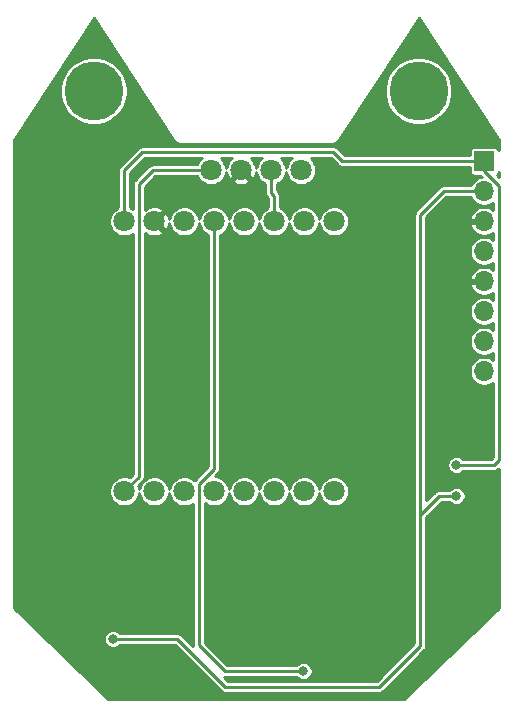
<source format=gbl>
G04 #@! TF.GenerationSoftware,KiCad,Pcbnew,5.1.5+dfsg1-2build2*
G04 #@! TF.CreationDate,2022-05-17T22:25:56-07:00*
G04 #@! TF.ProjectId,v2.2-Dev-Kit,76322e32-2d44-4657-962d-4b69742e6b69,rev?*
G04 #@! TF.SameCoordinates,Original*
G04 #@! TF.FileFunction,Copper,L2,Bot*
G04 #@! TF.FilePolarity,Positive*
%FSLAX46Y46*%
G04 Gerber Fmt 4.6, Leading zero omitted, Abs format (unit mm)*
G04 Created by KiCad (PCBNEW 5.1.5+dfsg1-2build2) date 2022-05-17 22:25:56*
%MOMM*%
%LPD*%
G04 APERTURE LIST*
%ADD10C,1.800000*%
%ADD11O,1.700000X1.700000*%
%ADD12R,1.700000X1.700000*%
%ADD13C,5.000000*%
%ADD14C,0.800000*%
%ADD15C,0.250000*%
%ADD16C,0.254000*%
G04 APERTURE END LIST*
D10*
X6604000Y12954000D03*
X6604000Y-9906000D03*
X4064000Y12954000D03*
X4064000Y-9906000D03*
X1524000Y12954000D03*
X1524000Y-9906000D03*
X-1016000Y12954000D03*
X-1016000Y-9906000D03*
X-3556000Y12954000D03*
X-3556000Y-9906000D03*
X-6096000Y12954000D03*
X-6096000Y-9906000D03*
X-8636000Y12954000D03*
X-8636000Y-9906000D03*
X-11176000Y12954000D03*
X-11176000Y-9906000D03*
X-3810000Y17290000D03*
X-1270000Y17290000D03*
X1270000Y17290000D03*
X3810000Y17290000D03*
D11*
X19304000Y254000D03*
X19304000Y2794000D03*
X19304000Y5334000D03*
X19304000Y7874000D03*
X19304000Y10414000D03*
X19304000Y12954000D03*
X19304000Y15494000D03*
D12*
X19304000Y18034000D03*
D13*
X13750000Y24000000D03*
X-13750000Y24000000D03*
D14*
X16954500Y-10287000D03*
X-12128500Y-22415500D03*
X4000500Y-25146000D03*
X16954500Y-7683500D03*
D15*
X1270000Y17290000D02*
X1270000Y15367000D01*
X1524000Y15113000D02*
X1524000Y12954000D01*
X1270000Y15367000D02*
X1524000Y15113000D01*
X-9950999Y-8680999D02*
X-9950999Y16084001D01*
X-11176000Y-9906000D02*
X-9950999Y-8680999D01*
X-8745000Y17290000D02*
X-3810000Y17290000D01*
X-9950999Y16084001D02*
X-8745000Y17290000D01*
X-12128500Y-22415500D02*
X-6667500Y-22415500D01*
X-6667500Y-22415500D02*
X-2603500Y-26479500D01*
X-2603500Y-26479500D02*
X10414000Y-26479500D01*
X10414000Y-26479500D02*
X13906500Y-22987000D01*
X15875000Y15494000D02*
X19304000Y15494000D01*
X13906500Y13525500D02*
X15875000Y15494000D01*
X13906500Y-13525500D02*
X13906500Y-11874500D01*
X13906500Y-22987000D02*
X13906500Y-13525500D01*
X13906500Y-13525500D02*
X13906500Y13525500D01*
X15494000Y-10287000D02*
X16954500Y-10287000D01*
X13906500Y-11874500D02*
X15494000Y-10287000D01*
X-3556000Y12954000D02*
X-3556000Y-5334000D01*
X-3556000Y-5334000D02*
X-3556000Y-8001000D01*
X-4870999Y-9315999D02*
X-4870999Y-22942001D01*
X-3556000Y-8001000D02*
X-4870999Y-9315999D01*
X-4870999Y-22942001D02*
X-2667000Y-25146000D01*
X-2667000Y-25146000D02*
X4000500Y-25146000D01*
X4000500Y-25146000D02*
X4000500Y-25146000D01*
X19304000Y17208500D02*
X20574990Y15937510D01*
X19304000Y18034000D02*
X19304000Y17208500D01*
X20574990Y15937510D02*
X20574990Y-7238010D01*
X20129500Y-7683500D02*
X16954500Y-7683500D01*
X20574990Y-7238010D02*
X20129500Y-7683500D01*
X19304000Y18034000D02*
X7302500Y18034000D01*
X7302500Y18034000D02*
X6540500Y18796000D01*
X6540500Y18796000D02*
X-9652000Y18796000D01*
X-11176000Y17272000D02*
X-11176000Y12954000D01*
X-9652000Y18796000D02*
X-11176000Y17272000D01*
D16*
G36*
X20523000Y19856945D02*
G01*
X20523000Y18966295D01*
X20503988Y19028970D01*
X20468981Y19094463D01*
X20421869Y19151869D01*
X20364463Y19198981D01*
X20298970Y19233988D01*
X20227905Y19255545D01*
X20154000Y19262824D01*
X18454000Y19262824D01*
X18380095Y19255545D01*
X18309030Y19233988D01*
X18243537Y19198981D01*
X18186131Y19151869D01*
X18139019Y19094463D01*
X18104012Y19028970D01*
X18082455Y18957905D01*
X18075176Y18884000D01*
X18075176Y18536000D01*
X7510436Y18536000D01*
X6912901Y19133533D01*
X6897184Y19152684D01*
X6820745Y19215417D01*
X6733536Y19262031D01*
X6638909Y19290736D01*
X6565153Y19298000D01*
X6565143Y19298000D01*
X6540500Y19300427D01*
X6515857Y19298000D01*
X-9627358Y19298000D01*
X-9652001Y19300427D01*
X-9676644Y19298000D01*
X-9676653Y19298000D01*
X-9750409Y19290736D01*
X-9845036Y19262031D01*
X-9932245Y19215417D01*
X-10008684Y19152684D01*
X-10024397Y19133538D01*
X-11513533Y17644401D01*
X-11532684Y17628684D01*
X-11595417Y17552245D01*
X-11642031Y17465035D01*
X-11670736Y17370408D01*
X-11678000Y17296652D01*
X-11678000Y17296643D01*
X-11680427Y17272000D01*
X-11678000Y17247357D01*
X-11677999Y14128280D01*
X-11780886Y14085663D01*
X-11990040Y13945911D01*
X-12167911Y13768040D01*
X-12307663Y13558886D01*
X-12403926Y13326487D01*
X-12453000Y13079774D01*
X-12453000Y12828226D01*
X-12403926Y12581513D01*
X-12307663Y12349114D01*
X-12167911Y12139960D01*
X-11990040Y11962089D01*
X-11780886Y11822337D01*
X-11548487Y11726074D01*
X-11301774Y11677000D01*
X-11050226Y11677000D01*
X-10803513Y11726074D01*
X-10571114Y11822337D01*
X-10452998Y11901259D01*
X-10452999Y-8473064D01*
X-10700626Y-8720691D01*
X-10803513Y-8678074D01*
X-11050226Y-8629000D01*
X-11301774Y-8629000D01*
X-11548487Y-8678074D01*
X-11780886Y-8774337D01*
X-11990040Y-8914089D01*
X-12167911Y-9091960D01*
X-12307663Y-9301114D01*
X-12403926Y-9533513D01*
X-12453000Y-9780226D01*
X-12453000Y-10031774D01*
X-12403926Y-10278487D01*
X-12307663Y-10510886D01*
X-12167911Y-10720040D01*
X-11990040Y-10897911D01*
X-11780886Y-11037663D01*
X-11548487Y-11133926D01*
X-11301774Y-11183000D01*
X-11050226Y-11183000D01*
X-10803513Y-11133926D01*
X-10571114Y-11037663D01*
X-10361960Y-10897911D01*
X-10184089Y-10720040D01*
X-10044337Y-10510886D01*
X-9948074Y-10278487D01*
X-9906000Y-10066966D01*
X-9863926Y-10278487D01*
X-9767663Y-10510886D01*
X-9627911Y-10720040D01*
X-9450040Y-10897911D01*
X-9240886Y-11037663D01*
X-9008487Y-11133926D01*
X-8761774Y-11183000D01*
X-8510226Y-11183000D01*
X-8263513Y-11133926D01*
X-8031114Y-11037663D01*
X-7821960Y-10897911D01*
X-7644089Y-10720040D01*
X-7504337Y-10510886D01*
X-7408074Y-10278487D01*
X-7366000Y-10066966D01*
X-7323926Y-10278487D01*
X-7227663Y-10510886D01*
X-7087911Y-10720040D01*
X-6910040Y-10897911D01*
X-6700886Y-11037663D01*
X-6468487Y-11133926D01*
X-6221774Y-11183000D01*
X-5970226Y-11183000D01*
X-5723513Y-11133926D01*
X-5491114Y-11037663D01*
X-5372999Y-10958741D01*
X-5372998Y-22917348D01*
X-5375426Y-22942001D01*
X-5369348Y-23003718D01*
X-6295098Y-22077968D01*
X-6310816Y-22058816D01*
X-6387255Y-21996083D01*
X-6474464Y-21949469D01*
X-6569091Y-21920764D01*
X-6642847Y-21913500D01*
X-6642857Y-21913500D01*
X-6667500Y-21911073D01*
X-6692143Y-21913500D01*
X-11531655Y-21913500D01*
X-11633191Y-21811964D01*
X-11760452Y-21726931D01*
X-11901857Y-21668359D01*
X-12051972Y-21638500D01*
X-12205028Y-21638500D01*
X-12355143Y-21668359D01*
X-12496548Y-21726931D01*
X-12623809Y-21811964D01*
X-12732036Y-21920191D01*
X-12817069Y-22047452D01*
X-12875641Y-22188857D01*
X-12905500Y-22338972D01*
X-12905500Y-22492028D01*
X-12875641Y-22642143D01*
X-12817069Y-22783548D01*
X-12732036Y-22910809D01*
X-12623809Y-23019036D01*
X-12496548Y-23104069D01*
X-12355143Y-23162641D01*
X-12205028Y-23192500D01*
X-12051972Y-23192500D01*
X-11901857Y-23162641D01*
X-11760452Y-23104069D01*
X-11633191Y-23019036D01*
X-11531655Y-22917500D01*
X-6875434Y-22917500D01*
X-2975897Y-26817038D01*
X-2960184Y-26836184D01*
X-2883745Y-26898917D01*
X-2796536Y-26945531D01*
X-2701909Y-26974236D01*
X-2628153Y-26981500D01*
X-2628143Y-26981500D01*
X-2603500Y-26983927D01*
X-2578857Y-26981500D01*
X10389357Y-26981500D01*
X10414000Y-26983927D01*
X10438643Y-26981500D01*
X10438653Y-26981500D01*
X10512409Y-26974236D01*
X10607036Y-26945531D01*
X10694245Y-26898917D01*
X10770684Y-26836184D01*
X10786401Y-26817033D01*
X14244043Y-23359393D01*
X14263184Y-23343684D01*
X14278892Y-23324544D01*
X14278900Y-23324536D01*
X14325916Y-23267246D01*
X14349969Y-23222246D01*
X14372531Y-23180036D01*
X14401236Y-23085409D01*
X14408500Y-23011653D01*
X14408500Y-23011643D01*
X14410927Y-22987000D01*
X14408500Y-22962357D01*
X14408500Y-12082434D01*
X15701935Y-10789000D01*
X16357655Y-10789000D01*
X16459191Y-10890536D01*
X16586452Y-10975569D01*
X16727857Y-11034141D01*
X16877972Y-11064000D01*
X17031028Y-11064000D01*
X17181143Y-11034141D01*
X17322548Y-10975569D01*
X17449809Y-10890536D01*
X17558036Y-10782309D01*
X17643069Y-10655048D01*
X17701641Y-10513643D01*
X17731500Y-10363528D01*
X17731500Y-10210472D01*
X17701641Y-10060357D01*
X17643069Y-9918952D01*
X17558036Y-9791691D01*
X17449809Y-9683464D01*
X17322548Y-9598431D01*
X17181143Y-9539859D01*
X17031028Y-9510000D01*
X16877972Y-9510000D01*
X16727857Y-9539859D01*
X16586452Y-9598431D01*
X16459191Y-9683464D01*
X16357655Y-9785000D01*
X15518642Y-9785000D01*
X15493999Y-9782573D01*
X15469356Y-9785000D01*
X15469347Y-9785000D01*
X15395591Y-9792264D01*
X15300964Y-9820969D01*
X15213755Y-9867583D01*
X15213753Y-9867584D01*
X15213754Y-9867584D01*
X15166945Y-9906000D01*
X15137316Y-9930316D01*
X15121603Y-9949462D01*
X14408500Y-10662565D01*
X14408500Y13317566D01*
X16082935Y14992000D01*
X18183840Y14992000D01*
X18216647Y14912798D01*
X18350927Y14711833D01*
X18521833Y14540927D01*
X18722798Y14406647D01*
X18840798Y14357769D01*
X18672748Y14298157D01*
X18422645Y14149178D01*
X18206412Y13954269D01*
X18032359Y13720920D01*
X17907175Y13458099D01*
X17862524Y13310890D01*
X17983845Y13081000D01*
X19177000Y13081000D01*
X19177000Y13101000D01*
X19431000Y13101000D01*
X19431000Y13081000D01*
X19451000Y13081000D01*
X19451000Y12827000D01*
X19431000Y12827000D01*
X19431000Y12807000D01*
X19177000Y12807000D01*
X19177000Y12827000D01*
X17983845Y12827000D01*
X17862524Y12597110D01*
X17907175Y12449901D01*
X18032359Y12187080D01*
X18206412Y11953731D01*
X18422645Y11758822D01*
X18672748Y11609843D01*
X18840798Y11550231D01*
X18722798Y11501353D01*
X18521833Y11367073D01*
X18350927Y11196167D01*
X18216647Y10995202D01*
X18124153Y10771903D01*
X18077000Y10534849D01*
X18077000Y10293151D01*
X18124153Y10056097D01*
X18216647Y9832798D01*
X18350927Y9631833D01*
X18521833Y9460927D01*
X18722798Y9326647D01*
X18840798Y9277769D01*
X18672748Y9218157D01*
X18422645Y9069178D01*
X18206412Y8874269D01*
X18032359Y8640920D01*
X17907175Y8378099D01*
X17862524Y8230890D01*
X17983845Y8001000D01*
X19177000Y8001000D01*
X19177000Y8021000D01*
X19431000Y8021000D01*
X19431000Y8001000D01*
X19451000Y8001000D01*
X19451000Y7747000D01*
X19431000Y7747000D01*
X19431000Y7727000D01*
X19177000Y7727000D01*
X19177000Y7747000D01*
X17983845Y7747000D01*
X17862524Y7517110D01*
X17907175Y7369901D01*
X18032359Y7107080D01*
X18206412Y6873731D01*
X18422645Y6678822D01*
X18672748Y6529843D01*
X18840798Y6470231D01*
X18722798Y6421353D01*
X18521833Y6287073D01*
X18350927Y6116167D01*
X18216647Y5915202D01*
X18124153Y5691903D01*
X18077000Y5454849D01*
X18077000Y5213151D01*
X18124153Y4976097D01*
X18216647Y4752798D01*
X18350927Y4551833D01*
X18521833Y4380927D01*
X18722798Y4246647D01*
X18946097Y4154153D01*
X19183151Y4107000D01*
X19424849Y4107000D01*
X19661903Y4154153D01*
X19885202Y4246647D01*
X20072990Y4372123D01*
X20072991Y3755877D01*
X19885202Y3881353D01*
X19661903Y3973847D01*
X19424849Y4021000D01*
X19183151Y4021000D01*
X18946097Y3973847D01*
X18722798Y3881353D01*
X18521833Y3747073D01*
X18350927Y3576167D01*
X18216647Y3375202D01*
X18124153Y3151903D01*
X18077000Y2914849D01*
X18077000Y2673151D01*
X18124153Y2436097D01*
X18216647Y2212798D01*
X18350927Y2011833D01*
X18521833Y1840927D01*
X18722798Y1706647D01*
X18946097Y1614153D01*
X19183151Y1567000D01*
X19424849Y1567000D01*
X19661903Y1614153D01*
X19885202Y1706647D01*
X20072991Y1832123D01*
X20072991Y1215877D01*
X19885202Y1341353D01*
X19661903Y1433847D01*
X19424849Y1481000D01*
X19183151Y1481000D01*
X18946097Y1433847D01*
X18722798Y1341353D01*
X18521833Y1207073D01*
X18350927Y1036167D01*
X18216647Y835202D01*
X18124153Y611903D01*
X18077000Y374849D01*
X18077000Y133151D01*
X18124153Y-103903D01*
X18216647Y-327202D01*
X18350927Y-528167D01*
X18521833Y-699073D01*
X18722798Y-833353D01*
X18946097Y-925847D01*
X19183151Y-973000D01*
X19424849Y-973000D01*
X19661903Y-925847D01*
X19885202Y-833353D01*
X20072991Y-707877D01*
X20072991Y-7030074D01*
X19921566Y-7181500D01*
X17551345Y-7181500D01*
X17449809Y-7079964D01*
X17322548Y-6994931D01*
X17181143Y-6936359D01*
X17031028Y-6906500D01*
X16877972Y-6906500D01*
X16727857Y-6936359D01*
X16586452Y-6994931D01*
X16459191Y-7079964D01*
X16350964Y-7188191D01*
X16265931Y-7315452D01*
X16207359Y-7456857D01*
X16177500Y-7606972D01*
X16177500Y-7760028D01*
X16207359Y-7910143D01*
X16265931Y-8051548D01*
X16350964Y-8178809D01*
X16459191Y-8287036D01*
X16586452Y-8372069D01*
X16727857Y-8430641D01*
X16877972Y-8460500D01*
X17031028Y-8460500D01*
X17181143Y-8430641D01*
X17322548Y-8372069D01*
X17449809Y-8287036D01*
X17551345Y-8185500D01*
X20104857Y-8185500D01*
X20129500Y-8187927D01*
X20154143Y-8185500D01*
X20154153Y-8185500D01*
X20227909Y-8178236D01*
X20322536Y-8149531D01*
X20409745Y-8102917D01*
X20486184Y-8040184D01*
X20501901Y-8021033D01*
X20523001Y-7999933D01*
X20523001Y-19797257D01*
X12507544Y-27523000D01*
X-12507543Y-27523000D01*
X-20523000Y-19797259D01*
X-20523000Y19856946D01*
X-17605591Y24283360D01*
X-16627000Y24283360D01*
X-16627000Y23716640D01*
X-16516439Y23160810D01*
X-16299565Y22637229D01*
X-15984712Y22166019D01*
X-15583981Y21765288D01*
X-15112771Y21450435D01*
X-14589190Y21233561D01*
X-14033360Y21123000D01*
X-13466640Y21123000D01*
X-12910810Y21233561D01*
X-12387229Y21450435D01*
X-11916019Y21765288D01*
X-11515288Y22166019D01*
X-11200435Y22637229D01*
X-10983561Y23160810D01*
X-10873000Y23716640D01*
X-10873000Y24283360D01*
X-10983561Y24839190D01*
X-11200435Y25362771D01*
X-11515288Y25833981D01*
X-11916019Y26234712D01*
X-12387229Y26549565D01*
X-12910810Y26766439D01*
X-13466640Y26877000D01*
X-14033360Y26877000D01*
X-14589190Y26766439D01*
X-15112771Y26549565D01*
X-15583981Y26234712D01*
X-15984712Y25833981D01*
X-16299565Y25362771D01*
X-16516439Y24839190D01*
X-16627000Y24283360D01*
X-17605591Y24283360D01*
X-13750000Y30133222D01*
X-6910336Y19755803D01*
X-6898528Y19733711D01*
X-6869660Y19698536D01*
X-6841052Y19663224D01*
X-6839883Y19662252D01*
X-6838920Y19661079D01*
X-6803784Y19632243D01*
X-6768797Y19603159D01*
X-6767462Y19602435D01*
X-6766288Y19601471D01*
X-6726177Y19580031D01*
X-6686212Y19558344D01*
X-6684762Y19557894D01*
X-6683422Y19557178D01*
X-6639850Y19543961D01*
X-6596471Y19530503D01*
X-6594964Y19530345D01*
X-6593507Y19529903D01*
X-6548167Y19525437D01*
X-6503024Y19520703D01*
X-6478089Y19523000D01*
X6478092Y19523000D01*
X6503024Y19520703D01*
X6548160Y19525436D01*
X6593508Y19529903D01*
X6594965Y19530345D01*
X6596472Y19530503D01*
X6639829Y19543954D01*
X6683423Y19557178D01*
X6684764Y19557895D01*
X6686212Y19558344D01*
X6726111Y19579995D01*
X6766289Y19601471D01*
X6767465Y19602436D01*
X6768797Y19603159D01*
X6803661Y19632142D01*
X6838921Y19661079D01*
X6839888Y19662258D01*
X6841052Y19663225D01*
X6869611Y19698475D01*
X6898529Y19733711D01*
X6910337Y19755803D01*
X9894408Y24283360D01*
X10873000Y24283360D01*
X10873000Y23716640D01*
X10983561Y23160810D01*
X11200435Y22637229D01*
X11515288Y22166019D01*
X11916019Y21765288D01*
X12387229Y21450435D01*
X12910810Y21233561D01*
X13466640Y21123000D01*
X14033360Y21123000D01*
X14589190Y21233561D01*
X15112771Y21450435D01*
X15583981Y21765288D01*
X15984712Y22166019D01*
X16299565Y22637229D01*
X16516439Y23160810D01*
X16627000Y23716640D01*
X16627000Y24283360D01*
X16516439Y24839190D01*
X16299565Y25362771D01*
X15984712Y25833981D01*
X15583981Y26234712D01*
X15112771Y26549565D01*
X14589190Y26766439D01*
X14033360Y26877000D01*
X13466640Y26877000D01*
X12910810Y26766439D01*
X12387229Y26549565D01*
X11916019Y26234712D01*
X11515288Y25833981D01*
X11200435Y25362771D01*
X10983561Y24839190D01*
X10873000Y24283360D01*
X9894408Y24283360D01*
X13750000Y30133222D01*
X20523000Y19856945D01*
G37*
X20523000Y19856945D02*
X20523000Y18966295D01*
X20503988Y19028970D01*
X20468981Y19094463D01*
X20421869Y19151869D01*
X20364463Y19198981D01*
X20298970Y19233988D01*
X20227905Y19255545D01*
X20154000Y19262824D01*
X18454000Y19262824D01*
X18380095Y19255545D01*
X18309030Y19233988D01*
X18243537Y19198981D01*
X18186131Y19151869D01*
X18139019Y19094463D01*
X18104012Y19028970D01*
X18082455Y18957905D01*
X18075176Y18884000D01*
X18075176Y18536000D01*
X7510436Y18536000D01*
X6912901Y19133533D01*
X6897184Y19152684D01*
X6820745Y19215417D01*
X6733536Y19262031D01*
X6638909Y19290736D01*
X6565153Y19298000D01*
X6565143Y19298000D01*
X6540500Y19300427D01*
X6515857Y19298000D01*
X-9627358Y19298000D01*
X-9652001Y19300427D01*
X-9676644Y19298000D01*
X-9676653Y19298000D01*
X-9750409Y19290736D01*
X-9845036Y19262031D01*
X-9932245Y19215417D01*
X-10008684Y19152684D01*
X-10024397Y19133538D01*
X-11513533Y17644401D01*
X-11532684Y17628684D01*
X-11595417Y17552245D01*
X-11642031Y17465035D01*
X-11670736Y17370408D01*
X-11678000Y17296652D01*
X-11678000Y17296643D01*
X-11680427Y17272000D01*
X-11678000Y17247357D01*
X-11677999Y14128280D01*
X-11780886Y14085663D01*
X-11990040Y13945911D01*
X-12167911Y13768040D01*
X-12307663Y13558886D01*
X-12403926Y13326487D01*
X-12453000Y13079774D01*
X-12453000Y12828226D01*
X-12403926Y12581513D01*
X-12307663Y12349114D01*
X-12167911Y12139960D01*
X-11990040Y11962089D01*
X-11780886Y11822337D01*
X-11548487Y11726074D01*
X-11301774Y11677000D01*
X-11050226Y11677000D01*
X-10803513Y11726074D01*
X-10571114Y11822337D01*
X-10452998Y11901259D01*
X-10452999Y-8473064D01*
X-10700626Y-8720691D01*
X-10803513Y-8678074D01*
X-11050226Y-8629000D01*
X-11301774Y-8629000D01*
X-11548487Y-8678074D01*
X-11780886Y-8774337D01*
X-11990040Y-8914089D01*
X-12167911Y-9091960D01*
X-12307663Y-9301114D01*
X-12403926Y-9533513D01*
X-12453000Y-9780226D01*
X-12453000Y-10031774D01*
X-12403926Y-10278487D01*
X-12307663Y-10510886D01*
X-12167911Y-10720040D01*
X-11990040Y-10897911D01*
X-11780886Y-11037663D01*
X-11548487Y-11133926D01*
X-11301774Y-11183000D01*
X-11050226Y-11183000D01*
X-10803513Y-11133926D01*
X-10571114Y-11037663D01*
X-10361960Y-10897911D01*
X-10184089Y-10720040D01*
X-10044337Y-10510886D01*
X-9948074Y-10278487D01*
X-9906000Y-10066966D01*
X-9863926Y-10278487D01*
X-9767663Y-10510886D01*
X-9627911Y-10720040D01*
X-9450040Y-10897911D01*
X-9240886Y-11037663D01*
X-9008487Y-11133926D01*
X-8761774Y-11183000D01*
X-8510226Y-11183000D01*
X-8263513Y-11133926D01*
X-8031114Y-11037663D01*
X-7821960Y-10897911D01*
X-7644089Y-10720040D01*
X-7504337Y-10510886D01*
X-7408074Y-10278487D01*
X-7366000Y-10066966D01*
X-7323926Y-10278487D01*
X-7227663Y-10510886D01*
X-7087911Y-10720040D01*
X-6910040Y-10897911D01*
X-6700886Y-11037663D01*
X-6468487Y-11133926D01*
X-6221774Y-11183000D01*
X-5970226Y-11183000D01*
X-5723513Y-11133926D01*
X-5491114Y-11037663D01*
X-5372999Y-10958741D01*
X-5372998Y-22917348D01*
X-5375426Y-22942001D01*
X-5369348Y-23003718D01*
X-6295098Y-22077968D01*
X-6310816Y-22058816D01*
X-6387255Y-21996083D01*
X-6474464Y-21949469D01*
X-6569091Y-21920764D01*
X-6642847Y-21913500D01*
X-6642857Y-21913500D01*
X-6667500Y-21911073D01*
X-6692143Y-21913500D01*
X-11531655Y-21913500D01*
X-11633191Y-21811964D01*
X-11760452Y-21726931D01*
X-11901857Y-21668359D01*
X-12051972Y-21638500D01*
X-12205028Y-21638500D01*
X-12355143Y-21668359D01*
X-12496548Y-21726931D01*
X-12623809Y-21811964D01*
X-12732036Y-21920191D01*
X-12817069Y-22047452D01*
X-12875641Y-22188857D01*
X-12905500Y-22338972D01*
X-12905500Y-22492028D01*
X-12875641Y-22642143D01*
X-12817069Y-22783548D01*
X-12732036Y-22910809D01*
X-12623809Y-23019036D01*
X-12496548Y-23104069D01*
X-12355143Y-23162641D01*
X-12205028Y-23192500D01*
X-12051972Y-23192500D01*
X-11901857Y-23162641D01*
X-11760452Y-23104069D01*
X-11633191Y-23019036D01*
X-11531655Y-22917500D01*
X-6875434Y-22917500D01*
X-2975897Y-26817038D01*
X-2960184Y-26836184D01*
X-2883745Y-26898917D01*
X-2796536Y-26945531D01*
X-2701909Y-26974236D01*
X-2628153Y-26981500D01*
X-2628143Y-26981500D01*
X-2603500Y-26983927D01*
X-2578857Y-26981500D01*
X10389357Y-26981500D01*
X10414000Y-26983927D01*
X10438643Y-26981500D01*
X10438653Y-26981500D01*
X10512409Y-26974236D01*
X10607036Y-26945531D01*
X10694245Y-26898917D01*
X10770684Y-26836184D01*
X10786401Y-26817033D01*
X14244043Y-23359393D01*
X14263184Y-23343684D01*
X14278892Y-23324544D01*
X14278900Y-23324536D01*
X14325916Y-23267246D01*
X14349969Y-23222246D01*
X14372531Y-23180036D01*
X14401236Y-23085409D01*
X14408500Y-23011653D01*
X14408500Y-23011643D01*
X14410927Y-22987000D01*
X14408500Y-22962357D01*
X14408500Y-12082434D01*
X15701935Y-10789000D01*
X16357655Y-10789000D01*
X16459191Y-10890536D01*
X16586452Y-10975569D01*
X16727857Y-11034141D01*
X16877972Y-11064000D01*
X17031028Y-11064000D01*
X17181143Y-11034141D01*
X17322548Y-10975569D01*
X17449809Y-10890536D01*
X17558036Y-10782309D01*
X17643069Y-10655048D01*
X17701641Y-10513643D01*
X17731500Y-10363528D01*
X17731500Y-10210472D01*
X17701641Y-10060357D01*
X17643069Y-9918952D01*
X17558036Y-9791691D01*
X17449809Y-9683464D01*
X17322548Y-9598431D01*
X17181143Y-9539859D01*
X17031028Y-9510000D01*
X16877972Y-9510000D01*
X16727857Y-9539859D01*
X16586452Y-9598431D01*
X16459191Y-9683464D01*
X16357655Y-9785000D01*
X15518642Y-9785000D01*
X15493999Y-9782573D01*
X15469356Y-9785000D01*
X15469347Y-9785000D01*
X15395591Y-9792264D01*
X15300964Y-9820969D01*
X15213755Y-9867583D01*
X15213753Y-9867584D01*
X15213754Y-9867584D01*
X15166945Y-9906000D01*
X15137316Y-9930316D01*
X15121603Y-9949462D01*
X14408500Y-10662565D01*
X14408500Y13317566D01*
X16082935Y14992000D01*
X18183840Y14992000D01*
X18216647Y14912798D01*
X18350927Y14711833D01*
X18521833Y14540927D01*
X18722798Y14406647D01*
X18840798Y14357769D01*
X18672748Y14298157D01*
X18422645Y14149178D01*
X18206412Y13954269D01*
X18032359Y13720920D01*
X17907175Y13458099D01*
X17862524Y13310890D01*
X17983845Y13081000D01*
X19177000Y13081000D01*
X19177000Y13101000D01*
X19431000Y13101000D01*
X19431000Y13081000D01*
X19451000Y13081000D01*
X19451000Y12827000D01*
X19431000Y12827000D01*
X19431000Y12807000D01*
X19177000Y12807000D01*
X19177000Y12827000D01*
X17983845Y12827000D01*
X17862524Y12597110D01*
X17907175Y12449901D01*
X18032359Y12187080D01*
X18206412Y11953731D01*
X18422645Y11758822D01*
X18672748Y11609843D01*
X18840798Y11550231D01*
X18722798Y11501353D01*
X18521833Y11367073D01*
X18350927Y11196167D01*
X18216647Y10995202D01*
X18124153Y10771903D01*
X18077000Y10534849D01*
X18077000Y10293151D01*
X18124153Y10056097D01*
X18216647Y9832798D01*
X18350927Y9631833D01*
X18521833Y9460927D01*
X18722798Y9326647D01*
X18840798Y9277769D01*
X18672748Y9218157D01*
X18422645Y9069178D01*
X18206412Y8874269D01*
X18032359Y8640920D01*
X17907175Y8378099D01*
X17862524Y8230890D01*
X17983845Y8001000D01*
X19177000Y8001000D01*
X19177000Y8021000D01*
X19431000Y8021000D01*
X19431000Y8001000D01*
X19451000Y8001000D01*
X19451000Y7747000D01*
X19431000Y7747000D01*
X19431000Y7727000D01*
X19177000Y7727000D01*
X19177000Y7747000D01*
X17983845Y7747000D01*
X17862524Y7517110D01*
X17907175Y7369901D01*
X18032359Y7107080D01*
X18206412Y6873731D01*
X18422645Y6678822D01*
X18672748Y6529843D01*
X18840798Y6470231D01*
X18722798Y6421353D01*
X18521833Y6287073D01*
X18350927Y6116167D01*
X18216647Y5915202D01*
X18124153Y5691903D01*
X18077000Y5454849D01*
X18077000Y5213151D01*
X18124153Y4976097D01*
X18216647Y4752798D01*
X18350927Y4551833D01*
X18521833Y4380927D01*
X18722798Y4246647D01*
X18946097Y4154153D01*
X19183151Y4107000D01*
X19424849Y4107000D01*
X19661903Y4154153D01*
X19885202Y4246647D01*
X20072990Y4372123D01*
X20072991Y3755877D01*
X19885202Y3881353D01*
X19661903Y3973847D01*
X19424849Y4021000D01*
X19183151Y4021000D01*
X18946097Y3973847D01*
X18722798Y3881353D01*
X18521833Y3747073D01*
X18350927Y3576167D01*
X18216647Y3375202D01*
X18124153Y3151903D01*
X18077000Y2914849D01*
X18077000Y2673151D01*
X18124153Y2436097D01*
X18216647Y2212798D01*
X18350927Y2011833D01*
X18521833Y1840927D01*
X18722798Y1706647D01*
X18946097Y1614153D01*
X19183151Y1567000D01*
X19424849Y1567000D01*
X19661903Y1614153D01*
X19885202Y1706647D01*
X20072991Y1832123D01*
X20072991Y1215877D01*
X19885202Y1341353D01*
X19661903Y1433847D01*
X19424849Y1481000D01*
X19183151Y1481000D01*
X18946097Y1433847D01*
X18722798Y1341353D01*
X18521833Y1207073D01*
X18350927Y1036167D01*
X18216647Y835202D01*
X18124153Y611903D01*
X18077000Y374849D01*
X18077000Y133151D01*
X18124153Y-103903D01*
X18216647Y-327202D01*
X18350927Y-528167D01*
X18521833Y-699073D01*
X18722798Y-833353D01*
X18946097Y-925847D01*
X19183151Y-973000D01*
X19424849Y-973000D01*
X19661903Y-925847D01*
X19885202Y-833353D01*
X20072991Y-707877D01*
X20072991Y-7030074D01*
X19921566Y-7181500D01*
X17551345Y-7181500D01*
X17449809Y-7079964D01*
X17322548Y-6994931D01*
X17181143Y-6936359D01*
X17031028Y-6906500D01*
X16877972Y-6906500D01*
X16727857Y-6936359D01*
X16586452Y-6994931D01*
X16459191Y-7079964D01*
X16350964Y-7188191D01*
X16265931Y-7315452D01*
X16207359Y-7456857D01*
X16177500Y-7606972D01*
X16177500Y-7760028D01*
X16207359Y-7910143D01*
X16265931Y-8051548D01*
X16350964Y-8178809D01*
X16459191Y-8287036D01*
X16586452Y-8372069D01*
X16727857Y-8430641D01*
X16877972Y-8460500D01*
X17031028Y-8460500D01*
X17181143Y-8430641D01*
X17322548Y-8372069D01*
X17449809Y-8287036D01*
X17551345Y-8185500D01*
X20104857Y-8185500D01*
X20129500Y-8187927D01*
X20154143Y-8185500D01*
X20154153Y-8185500D01*
X20227909Y-8178236D01*
X20322536Y-8149531D01*
X20409745Y-8102917D01*
X20486184Y-8040184D01*
X20501901Y-8021033D01*
X20523001Y-7999933D01*
X20523001Y-19797257D01*
X12507544Y-27523000D01*
X-12507543Y-27523000D01*
X-20523000Y-19797259D01*
X-20523000Y19856946D01*
X-17605591Y24283360D01*
X-16627000Y24283360D01*
X-16627000Y23716640D01*
X-16516439Y23160810D01*
X-16299565Y22637229D01*
X-15984712Y22166019D01*
X-15583981Y21765288D01*
X-15112771Y21450435D01*
X-14589190Y21233561D01*
X-14033360Y21123000D01*
X-13466640Y21123000D01*
X-12910810Y21233561D01*
X-12387229Y21450435D01*
X-11916019Y21765288D01*
X-11515288Y22166019D01*
X-11200435Y22637229D01*
X-10983561Y23160810D01*
X-10873000Y23716640D01*
X-10873000Y24283360D01*
X-10983561Y24839190D01*
X-11200435Y25362771D01*
X-11515288Y25833981D01*
X-11916019Y26234712D01*
X-12387229Y26549565D01*
X-12910810Y26766439D01*
X-13466640Y26877000D01*
X-14033360Y26877000D01*
X-14589190Y26766439D01*
X-15112771Y26549565D01*
X-15583981Y26234712D01*
X-15984712Y25833981D01*
X-16299565Y25362771D01*
X-16516439Y24839190D01*
X-16627000Y24283360D01*
X-17605591Y24283360D01*
X-13750000Y30133222D01*
X-6910336Y19755803D01*
X-6898528Y19733711D01*
X-6869660Y19698536D01*
X-6841052Y19663224D01*
X-6839883Y19662252D01*
X-6838920Y19661079D01*
X-6803784Y19632243D01*
X-6768797Y19603159D01*
X-6767462Y19602435D01*
X-6766288Y19601471D01*
X-6726177Y19580031D01*
X-6686212Y19558344D01*
X-6684762Y19557894D01*
X-6683422Y19557178D01*
X-6639850Y19543961D01*
X-6596471Y19530503D01*
X-6594964Y19530345D01*
X-6593507Y19529903D01*
X-6548167Y19525437D01*
X-6503024Y19520703D01*
X-6478089Y19523000D01*
X6478092Y19523000D01*
X6503024Y19520703D01*
X6548160Y19525436D01*
X6593508Y19529903D01*
X6594965Y19530345D01*
X6596472Y19530503D01*
X6639829Y19543954D01*
X6683423Y19557178D01*
X6684764Y19557895D01*
X6686212Y19558344D01*
X6726111Y19579995D01*
X6766289Y19601471D01*
X6767465Y19602436D01*
X6768797Y19603159D01*
X6803661Y19632142D01*
X6838921Y19661079D01*
X6839888Y19662258D01*
X6841052Y19663225D01*
X6869611Y19698475D01*
X6898529Y19733711D01*
X6910337Y19755803D01*
X9894408Y24283360D01*
X10873000Y24283360D01*
X10873000Y23716640D01*
X10983561Y23160810D01*
X11200435Y22637229D01*
X11515288Y22166019D01*
X11916019Y21765288D01*
X12387229Y21450435D01*
X12910810Y21233561D01*
X13466640Y21123000D01*
X14033360Y21123000D01*
X14589190Y21233561D01*
X15112771Y21450435D01*
X15583981Y21765288D01*
X15984712Y22166019D01*
X16299565Y22637229D01*
X16516439Y23160810D01*
X16627000Y23716640D01*
X16627000Y24283360D01*
X16516439Y24839190D01*
X16299565Y25362771D01*
X15984712Y25833981D01*
X15583981Y26234712D01*
X15112771Y26549565D01*
X14589190Y26766439D01*
X14033360Y26877000D01*
X13466640Y26877000D01*
X12910810Y26766439D01*
X12387229Y26549565D01*
X11916019Y26234712D01*
X11515288Y25833981D01*
X11200435Y25362771D01*
X10983561Y24839190D01*
X10873000Y24283360D01*
X9894408Y24283360D01*
X13750000Y30133222D01*
X20523000Y19856945D01*
G36*
X-1076253Y17304143D02*
G01*
X-1090395Y17290000D01*
X-205920Y16405525D01*
X48261Y16489208D01*
X140667Y16681626D01*
X278089Y16475960D01*
X455960Y16298089D01*
X665114Y16158337D01*
X768001Y16115720D01*
X768001Y15391653D01*
X765573Y15367000D01*
X775265Y15268591D01*
X803970Y15173964D01*
X850584Y15086755D01*
X897601Y15029465D01*
X897604Y15029462D01*
X913317Y15010316D01*
X932463Y14994603D01*
X1022000Y14905066D01*
X1022000Y14128280D01*
X919114Y14085663D01*
X709960Y13945911D01*
X532089Y13768040D01*
X392337Y13558886D01*
X296074Y13326487D01*
X254000Y13114966D01*
X211926Y13326487D01*
X115663Y13558886D01*
X-24089Y13768040D01*
X-201960Y13945911D01*
X-411114Y14085663D01*
X-643513Y14181926D01*
X-890226Y14231000D01*
X-1141774Y14231000D01*
X-1388487Y14181926D01*
X-1620886Y14085663D01*
X-1830040Y13945911D01*
X-2007911Y13768040D01*
X-2147663Y13558886D01*
X-2243926Y13326487D01*
X-2286000Y13114966D01*
X-2328074Y13326487D01*
X-2424337Y13558886D01*
X-2564089Y13768040D01*
X-2741960Y13945911D01*
X-2951114Y14085663D01*
X-3183513Y14181926D01*
X-3430226Y14231000D01*
X-3681774Y14231000D01*
X-3928487Y14181926D01*
X-4160886Y14085663D01*
X-4370040Y13945911D01*
X-4547911Y13768040D01*
X-4687663Y13558886D01*
X-4783926Y13326487D01*
X-4826000Y13114966D01*
X-4868074Y13326487D01*
X-4964337Y13558886D01*
X-5104089Y13768040D01*
X-5281960Y13945911D01*
X-5491114Y14085663D01*
X-5723513Y14181926D01*
X-5970226Y14231000D01*
X-6221774Y14231000D01*
X-6468487Y14181926D01*
X-6700886Y14085663D01*
X-6910040Y13945911D01*
X-7087911Y13768040D01*
X-7223634Y13564917D01*
X-7237778Y13605199D01*
X-7317739Y13754792D01*
X-7571920Y13838475D01*
X-8456395Y12954000D01*
X-7571920Y12069525D01*
X-7317739Y12153208D01*
X-7225333Y12345626D01*
X-7087911Y12139960D01*
X-6910040Y11962089D01*
X-6700886Y11822337D01*
X-6468487Y11726074D01*
X-6221774Y11677000D01*
X-5970226Y11677000D01*
X-5723513Y11726074D01*
X-5491114Y11822337D01*
X-5281960Y11962089D01*
X-5104089Y12139960D01*
X-4964337Y12349114D01*
X-4868074Y12581513D01*
X-4826000Y12793034D01*
X-4783926Y12581513D01*
X-4687663Y12349114D01*
X-4547911Y12139960D01*
X-4370040Y11962089D01*
X-4160886Y11822337D01*
X-4058000Y11779720D01*
X-4057999Y-5309338D01*
X-4058000Y-5309348D01*
X-4057999Y-7793064D01*
X-5208532Y-8943598D01*
X-5227683Y-8959315D01*
X-5231763Y-8964286D01*
X-5281960Y-8914089D01*
X-5491114Y-8774337D01*
X-5723513Y-8678074D01*
X-5970226Y-8629000D01*
X-6221774Y-8629000D01*
X-6468487Y-8678074D01*
X-6700886Y-8774337D01*
X-6910040Y-8914089D01*
X-7087911Y-9091960D01*
X-7227663Y-9301114D01*
X-7323926Y-9533513D01*
X-7366000Y-9745034D01*
X-7408074Y-9533513D01*
X-7504337Y-9301114D01*
X-7644089Y-9091960D01*
X-7821960Y-8914089D01*
X-8031114Y-8774337D01*
X-8263513Y-8678074D01*
X-8510226Y-8629000D01*
X-8761774Y-8629000D01*
X-9008487Y-8678074D01*
X-9240886Y-8774337D01*
X-9450040Y-8914089D01*
X-9627911Y-9091960D01*
X-9767663Y-9301114D01*
X-9863926Y-9533513D01*
X-9906000Y-9745034D01*
X-9948074Y-9533513D01*
X-9990691Y-9430626D01*
X-9613461Y-9053396D01*
X-9594315Y-9037683D01*
X-9531582Y-8961244D01*
X-9484968Y-8874035D01*
X-9456263Y-8779408D01*
X-9448999Y-8705652D01*
X-9448999Y-8705643D01*
X-9446572Y-8681000D01*
X-9448999Y-8656357D01*
X-9448999Y11672817D01*
X-9436792Y11635739D01*
X-9164225Y11504842D01*
X-8871358Y11429635D01*
X-8569447Y11413009D01*
X-8270093Y11455603D01*
X-7984801Y11555778D01*
X-7835208Y11635739D01*
X-7751525Y11889920D01*
X-8636000Y12774395D01*
X-8650143Y12760253D01*
X-8829748Y12939858D01*
X-8815605Y12954000D01*
X-8829748Y12968143D01*
X-8650143Y13147748D01*
X-8636000Y13133605D01*
X-7751525Y14018080D01*
X-7835208Y14272261D01*
X-8107775Y14403158D01*
X-8400642Y14478365D01*
X-8702553Y14494991D01*
X-9001907Y14452397D01*
X-9287199Y14352222D01*
X-9436792Y14272261D01*
X-9448999Y14235183D01*
X-9448999Y15876067D01*
X-8537065Y16788000D01*
X-4984280Y16788000D01*
X-4941663Y16685114D01*
X-4801911Y16475960D01*
X-4624040Y16298089D01*
X-4414886Y16158337D01*
X-4182487Y16062074D01*
X-3935774Y16013000D01*
X-3684226Y16013000D01*
X-3437513Y16062074D01*
X-3205114Y16158337D01*
X-3103969Y16225920D01*
X-2154475Y16225920D01*
X-2070792Y15971739D01*
X-1798225Y15840842D01*
X-1505358Y15765635D01*
X-1203447Y15749009D01*
X-904093Y15791603D01*
X-618801Y15891778D01*
X-469208Y15971739D01*
X-385525Y16225920D01*
X-1270000Y17110395D01*
X-2154475Y16225920D01*
X-3103969Y16225920D01*
X-2995960Y16298089D01*
X-2818089Y16475960D01*
X-2682366Y16679083D01*
X-2668222Y16638801D01*
X-2588261Y16489208D01*
X-2334080Y16405525D01*
X-1449605Y17290000D01*
X-1463748Y17304143D01*
X-1284143Y17483748D01*
X-1270000Y17469605D01*
X-1255858Y17483748D01*
X-1076253Y17304143D01*
G37*
X-1076253Y17304143D02*
X-1090395Y17290000D01*
X-205920Y16405525D01*
X48261Y16489208D01*
X140667Y16681626D01*
X278089Y16475960D01*
X455960Y16298089D01*
X665114Y16158337D01*
X768001Y16115720D01*
X768001Y15391653D01*
X765573Y15367000D01*
X775265Y15268591D01*
X803970Y15173964D01*
X850584Y15086755D01*
X897601Y15029465D01*
X897604Y15029462D01*
X913317Y15010316D01*
X932463Y14994603D01*
X1022000Y14905066D01*
X1022000Y14128280D01*
X919114Y14085663D01*
X709960Y13945911D01*
X532089Y13768040D01*
X392337Y13558886D01*
X296074Y13326487D01*
X254000Y13114966D01*
X211926Y13326487D01*
X115663Y13558886D01*
X-24089Y13768040D01*
X-201960Y13945911D01*
X-411114Y14085663D01*
X-643513Y14181926D01*
X-890226Y14231000D01*
X-1141774Y14231000D01*
X-1388487Y14181926D01*
X-1620886Y14085663D01*
X-1830040Y13945911D01*
X-2007911Y13768040D01*
X-2147663Y13558886D01*
X-2243926Y13326487D01*
X-2286000Y13114966D01*
X-2328074Y13326487D01*
X-2424337Y13558886D01*
X-2564089Y13768040D01*
X-2741960Y13945911D01*
X-2951114Y14085663D01*
X-3183513Y14181926D01*
X-3430226Y14231000D01*
X-3681774Y14231000D01*
X-3928487Y14181926D01*
X-4160886Y14085663D01*
X-4370040Y13945911D01*
X-4547911Y13768040D01*
X-4687663Y13558886D01*
X-4783926Y13326487D01*
X-4826000Y13114966D01*
X-4868074Y13326487D01*
X-4964337Y13558886D01*
X-5104089Y13768040D01*
X-5281960Y13945911D01*
X-5491114Y14085663D01*
X-5723513Y14181926D01*
X-5970226Y14231000D01*
X-6221774Y14231000D01*
X-6468487Y14181926D01*
X-6700886Y14085663D01*
X-6910040Y13945911D01*
X-7087911Y13768040D01*
X-7223634Y13564917D01*
X-7237778Y13605199D01*
X-7317739Y13754792D01*
X-7571920Y13838475D01*
X-8456395Y12954000D01*
X-7571920Y12069525D01*
X-7317739Y12153208D01*
X-7225333Y12345626D01*
X-7087911Y12139960D01*
X-6910040Y11962089D01*
X-6700886Y11822337D01*
X-6468487Y11726074D01*
X-6221774Y11677000D01*
X-5970226Y11677000D01*
X-5723513Y11726074D01*
X-5491114Y11822337D01*
X-5281960Y11962089D01*
X-5104089Y12139960D01*
X-4964337Y12349114D01*
X-4868074Y12581513D01*
X-4826000Y12793034D01*
X-4783926Y12581513D01*
X-4687663Y12349114D01*
X-4547911Y12139960D01*
X-4370040Y11962089D01*
X-4160886Y11822337D01*
X-4058000Y11779720D01*
X-4057999Y-5309338D01*
X-4058000Y-5309348D01*
X-4057999Y-7793064D01*
X-5208532Y-8943598D01*
X-5227683Y-8959315D01*
X-5231763Y-8964286D01*
X-5281960Y-8914089D01*
X-5491114Y-8774337D01*
X-5723513Y-8678074D01*
X-5970226Y-8629000D01*
X-6221774Y-8629000D01*
X-6468487Y-8678074D01*
X-6700886Y-8774337D01*
X-6910040Y-8914089D01*
X-7087911Y-9091960D01*
X-7227663Y-9301114D01*
X-7323926Y-9533513D01*
X-7366000Y-9745034D01*
X-7408074Y-9533513D01*
X-7504337Y-9301114D01*
X-7644089Y-9091960D01*
X-7821960Y-8914089D01*
X-8031114Y-8774337D01*
X-8263513Y-8678074D01*
X-8510226Y-8629000D01*
X-8761774Y-8629000D01*
X-9008487Y-8678074D01*
X-9240886Y-8774337D01*
X-9450040Y-8914089D01*
X-9627911Y-9091960D01*
X-9767663Y-9301114D01*
X-9863926Y-9533513D01*
X-9906000Y-9745034D01*
X-9948074Y-9533513D01*
X-9990691Y-9430626D01*
X-9613461Y-9053396D01*
X-9594315Y-9037683D01*
X-9531582Y-8961244D01*
X-9484968Y-8874035D01*
X-9456263Y-8779408D01*
X-9448999Y-8705652D01*
X-9448999Y-8705643D01*
X-9446572Y-8681000D01*
X-9448999Y-8656357D01*
X-9448999Y11672817D01*
X-9436792Y11635739D01*
X-9164225Y11504842D01*
X-8871358Y11429635D01*
X-8569447Y11413009D01*
X-8270093Y11455603D01*
X-7984801Y11555778D01*
X-7835208Y11635739D01*
X-7751525Y11889920D01*
X-8636000Y12774395D01*
X-8650143Y12760253D01*
X-8829748Y12939858D01*
X-8815605Y12954000D01*
X-8829748Y12968143D01*
X-8650143Y13147748D01*
X-8636000Y13133605D01*
X-7751525Y14018080D01*
X-7835208Y14272261D01*
X-8107775Y14403158D01*
X-8400642Y14478365D01*
X-8702553Y14494991D01*
X-9001907Y14452397D01*
X-9287199Y14352222D01*
X-9436792Y14272261D01*
X-9448999Y14235183D01*
X-9448999Y15876067D01*
X-8537065Y16788000D01*
X-4984280Y16788000D01*
X-4941663Y16685114D01*
X-4801911Y16475960D01*
X-4624040Y16298089D01*
X-4414886Y16158337D01*
X-4182487Y16062074D01*
X-3935774Y16013000D01*
X-3684226Y16013000D01*
X-3437513Y16062074D01*
X-3205114Y16158337D01*
X-3103969Y16225920D01*
X-2154475Y16225920D01*
X-2070792Y15971739D01*
X-1798225Y15840842D01*
X-1505358Y15765635D01*
X-1203447Y15749009D01*
X-904093Y15791603D01*
X-618801Y15891778D01*
X-469208Y15971739D01*
X-385525Y16225920D01*
X-1270000Y17110395D01*
X-2154475Y16225920D01*
X-3103969Y16225920D01*
X-2995960Y16298089D01*
X-2818089Y16475960D01*
X-2682366Y16679083D01*
X-2668222Y16638801D01*
X-2588261Y16489208D01*
X-2334080Y16405525D01*
X-1449605Y17290000D01*
X-1463748Y17304143D01*
X-1284143Y17483748D01*
X-1270000Y17469605D01*
X-1255858Y17483748D01*
X-1076253Y17304143D01*
G36*
X20523000Y19856945D02*
G01*
X20523000Y18966295D01*
X20503988Y19028970D01*
X20468981Y19094463D01*
X20421869Y19151869D01*
X20364463Y19198981D01*
X20298970Y19233988D01*
X20227905Y19255545D01*
X20154000Y19262824D01*
X18454000Y19262824D01*
X18380095Y19255545D01*
X18309030Y19233988D01*
X18243537Y19198981D01*
X18186131Y19151869D01*
X18139019Y19094463D01*
X18104012Y19028970D01*
X18082455Y18957905D01*
X18075176Y18884000D01*
X18075176Y18536000D01*
X7510436Y18536000D01*
X6912901Y19133533D01*
X6897184Y19152684D01*
X6820745Y19215417D01*
X6733536Y19262031D01*
X6638909Y19290736D01*
X6565153Y19298000D01*
X6565143Y19298000D01*
X6540500Y19300427D01*
X6515857Y19298000D01*
X-9627358Y19298000D01*
X-9652001Y19300427D01*
X-9676644Y19298000D01*
X-9676653Y19298000D01*
X-9750409Y19290736D01*
X-9845036Y19262031D01*
X-9932245Y19215417D01*
X-10008684Y19152684D01*
X-10024397Y19133538D01*
X-11513533Y17644401D01*
X-11532684Y17628684D01*
X-11595417Y17552245D01*
X-11642031Y17465035D01*
X-11670736Y17370408D01*
X-11678000Y17296652D01*
X-11678000Y17296643D01*
X-11680427Y17272000D01*
X-11678000Y17247357D01*
X-11677999Y14128280D01*
X-11780886Y14085663D01*
X-11990040Y13945911D01*
X-12167911Y13768040D01*
X-12307663Y13558886D01*
X-12403926Y13326487D01*
X-12453000Y13079774D01*
X-12453000Y12828226D01*
X-12403926Y12581513D01*
X-12307663Y12349114D01*
X-12167911Y12139960D01*
X-11990040Y11962089D01*
X-11780886Y11822337D01*
X-11548487Y11726074D01*
X-11301774Y11677000D01*
X-11050226Y11677000D01*
X-10803513Y11726074D01*
X-10571114Y11822337D01*
X-10452998Y11901259D01*
X-10452999Y-8473064D01*
X-10700626Y-8720691D01*
X-10803513Y-8678074D01*
X-11050226Y-8629000D01*
X-11301774Y-8629000D01*
X-11548487Y-8678074D01*
X-11780886Y-8774337D01*
X-11990040Y-8914089D01*
X-12167911Y-9091960D01*
X-12307663Y-9301114D01*
X-12403926Y-9533513D01*
X-12453000Y-9780226D01*
X-12453000Y-10031774D01*
X-12403926Y-10278487D01*
X-12307663Y-10510886D01*
X-12167911Y-10720040D01*
X-11990040Y-10897911D01*
X-11780886Y-11037663D01*
X-11548487Y-11133926D01*
X-11301774Y-11183000D01*
X-11050226Y-11183000D01*
X-10803513Y-11133926D01*
X-10571114Y-11037663D01*
X-10361960Y-10897911D01*
X-10184089Y-10720040D01*
X-10044337Y-10510886D01*
X-9948074Y-10278487D01*
X-9906000Y-10066966D01*
X-9863926Y-10278487D01*
X-9767663Y-10510886D01*
X-9627911Y-10720040D01*
X-9450040Y-10897911D01*
X-9240886Y-11037663D01*
X-9008487Y-11133926D01*
X-8761774Y-11183000D01*
X-8510226Y-11183000D01*
X-8263513Y-11133926D01*
X-8031114Y-11037663D01*
X-7821960Y-10897911D01*
X-7644089Y-10720040D01*
X-7504337Y-10510886D01*
X-7408074Y-10278487D01*
X-7366000Y-10066966D01*
X-7323926Y-10278487D01*
X-7227663Y-10510886D01*
X-7087911Y-10720040D01*
X-6910040Y-10897911D01*
X-6700886Y-11037663D01*
X-6468487Y-11133926D01*
X-6221774Y-11183000D01*
X-5970226Y-11183000D01*
X-5723513Y-11133926D01*
X-5491114Y-11037663D01*
X-5372999Y-10958741D01*
X-5372998Y-22917348D01*
X-5375426Y-22942001D01*
X-5369348Y-23003718D01*
X-6295098Y-22077968D01*
X-6310816Y-22058816D01*
X-6387255Y-21996083D01*
X-6474464Y-21949469D01*
X-6569091Y-21920764D01*
X-6642847Y-21913500D01*
X-6642857Y-21913500D01*
X-6667500Y-21911073D01*
X-6692143Y-21913500D01*
X-11531655Y-21913500D01*
X-11633191Y-21811964D01*
X-11760452Y-21726931D01*
X-11901857Y-21668359D01*
X-12051972Y-21638500D01*
X-12205028Y-21638500D01*
X-12355143Y-21668359D01*
X-12496548Y-21726931D01*
X-12623809Y-21811964D01*
X-12732036Y-21920191D01*
X-12817069Y-22047452D01*
X-12875641Y-22188857D01*
X-12905500Y-22338972D01*
X-12905500Y-22492028D01*
X-12875641Y-22642143D01*
X-12817069Y-22783548D01*
X-12732036Y-22910809D01*
X-12623809Y-23019036D01*
X-12496548Y-23104069D01*
X-12355143Y-23162641D01*
X-12205028Y-23192500D01*
X-12051972Y-23192500D01*
X-11901857Y-23162641D01*
X-11760452Y-23104069D01*
X-11633191Y-23019036D01*
X-11531655Y-22917500D01*
X-6875434Y-22917500D01*
X-2975897Y-26817038D01*
X-2960184Y-26836184D01*
X-2883745Y-26898917D01*
X-2796536Y-26945531D01*
X-2701909Y-26974236D01*
X-2628153Y-26981500D01*
X-2628143Y-26981500D01*
X-2603500Y-26983927D01*
X-2578857Y-26981500D01*
X10389357Y-26981500D01*
X10414000Y-26983927D01*
X10438643Y-26981500D01*
X10438653Y-26981500D01*
X10512409Y-26974236D01*
X10607036Y-26945531D01*
X10694245Y-26898917D01*
X10770684Y-26836184D01*
X10786401Y-26817033D01*
X14244043Y-23359393D01*
X14263184Y-23343684D01*
X14278892Y-23324544D01*
X14278900Y-23324536D01*
X14325916Y-23267246D01*
X14349969Y-23222246D01*
X14372531Y-23180036D01*
X14401236Y-23085409D01*
X14408500Y-23011653D01*
X14408500Y-23011643D01*
X14410927Y-22987000D01*
X14408500Y-22962357D01*
X14408500Y-12082434D01*
X15701935Y-10789000D01*
X16357655Y-10789000D01*
X16459191Y-10890536D01*
X16586452Y-10975569D01*
X16727857Y-11034141D01*
X16877972Y-11064000D01*
X17031028Y-11064000D01*
X17181143Y-11034141D01*
X17322548Y-10975569D01*
X17449809Y-10890536D01*
X17558036Y-10782309D01*
X17643069Y-10655048D01*
X17701641Y-10513643D01*
X17731500Y-10363528D01*
X17731500Y-10210472D01*
X17701641Y-10060357D01*
X17643069Y-9918952D01*
X17558036Y-9791691D01*
X17449809Y-9683464D01*
X17322548Y-9598431D01*
X17181143Y-9539859D01*
X17031028Y-9510000D01*
X16877972Y-9510000D01*
X16727857Y-9539859D01*
X16586452Y-9598431D01*
X16459191Y-9683464D01*
X16357655Y-9785000D01*
X15518642Y-9785000D01*
X15493999Y-9782573D01*
X15469356Y-9785000D01*
X15469347Y-9785000D01*
X15395591Y-9792264D01*
X15300964Y-9820969D01*
X15213755Y-9867583D01*
X15213753Y-9867584D01*
X15213754Y-9867584D01*
X15166945Y-9906000D01*
X15137316Y-9930316D01*
X15121603Y-9949462D01*
X14408500Y-10662565D01*
X14408500Y13317566D01*
X16082935Y14992000D01*
X18183840Y14992000D01*
X18216647Y14912798D01*
X18350927Y14711833D01*
X18521833Y14540927D01*
X18722798Y14406647D01*
X18946097Y14314153D01*
X19183151Y14267000D01*
X19424849Y14267000D01*
X19661903Y14314153D01*
X19885202Y14406647D01*
X20072990Y14532122D01*
X20072990Y13915877D01*
X19885202Y14041353D01*
X19661903Y14133847D01*
X19424849Y14181000D01*
X19183151Y14181000D01*
X18946097Y14133847D01*
X18722798Y14041353D01*
X18521833Y13907073D01*
X18350927Y13736167D01*
X18216647Y13535202D01*
X18124153Y13311903D01*
X18077000Y13074849D01*
X18077000Y12833151D01*
X18124153Y12596097D01*
X18216647Y12372798D01*
X18350927Y12171833D01*
X18521833Y12000927D01*
X18722798Y11866647D01*
X18946097Y11774153D01*
X19183151Y11727000D01*
X19424849Y11727000D01*
X19661903Y11774153D01*
X19885202Y11866647D01*
X20072990Y11992123D01*
X20072990Y11375877D01*
X19885202Y11501353D01*
X19661903Y11593847D01*
X19424849Y11641000D01*
X19183151Y11641000D01*
X18946097Y11593847D01*
X18722798Y11501353D01*
X18521833Y11367073D01*
X18350927Y11196167D01*
X18216647Y10995202D01*
X18124153Y10771903D01*
X18077000Y10534849D01*
X18077000Y10293151D01*
X18124153Y10056097D01*
X18216647Y9832798D01*
X18350927Y9631833D01*
X18521833Y9460927D01*
X18722798Y9326647D01*
X18946097Y9234153D01*
X19183151Y9187000D01*
X19424849Y9187000D01*
X19661903Y9234153D01*
X19885202Y9326647D01*
X20072990Y9452123D01*
X20072990Y8835877D01*
X19885202Y8961353D01*
X19661903Y9053847D01*
X19424849Y9101000D01*
X19183151Y9101000D01*
X18946097Y9053847D01*
X18722798Y8961353D01*
X18521833Y8827073D01*
X18350927Y8656167D01*
X18216647Y8455202D01*
X18124153Y8231903D01*
X18077000Y7994849D01*
X18077000Y7753151D01*
X18124153Y7516097D01*
X18216647Y7292798D01*
X18350927Y7091833D01*
X18521833Y6920927D01*
X18722798Y6786647D01*
X18946097Y6694153D01*
X19183151Y6647000D01*
X19424849Y6647000D01*
X19661903Y6694153D01*
X19885202Y6786647D01*
X20072990Y6912123D01*
X20072990Y6295877D01*
X19885202Y6421353D01*
X19661903Y6513847D01*
X19424849Y6561000D01*
X19183151Y6561000D01*
X18946097Y6513847D01*
X18722798Y6421353D01*
X18521833Y6287073D01*
X18350927Y6116167D01*
X18216647Y5915202D01*
X18124153Y5691903D01*
X18077000Y5454849D01*
X18077000Y5213151D01*
X18124153Y4976097D01*
X18216647Y4752798D01*
X18350927Y4551833D01*
X18521833Y4380927D01*
X18722798Y4246647D01*
X18946097Y4154153D01*
X19183151Y4107000D01*
X19424849Y4107000D01*
X19661903Y4154153D01*
X19885202Y4246647D01*
X20072990Y4372123D01*
X20072991Y3755877D01*
X19885202Y3881353D01*
X19661903Y3973847D01*
X19424849Y4021000D01*
X19183151Y4021000D01*
X18946097Y3973847D01*
X18722798Y3881353D01*
X18521833Y3747073D01*
X18350927Y3576167D01*
X18216647Y3375202D01*
X18124153Y3151903D01*
X18077000Y2914849D01*
X18077000Y2673151D01*
X18124153Y2436097D01*
X18216647Y2212798D01*
X18350927Y2011833D01*
X18521833Y1840927D01*
X18722798Y1706647D01*
X18946097Y1614153D01*
X19183151Y1567000D01*
X19424849Y1567000D01*
X19661903Y1614153D01*
X19885202Y1706647D01*
X20072991Y1832123D01*
X20072991Y1215877D01*
X19885202Y1341353D01*
X19661903Y1433847D01*
X19424849Y1481000D01*
X19183151Y1481000D01*
X18946097Y1433847D01*
X18722798Y1341353D01*
X18521833Y1207073D01*
X18350927Y1036167D01*
X18216647Y835202D01*
X18124153Y611903D01*
X18077000Y374849D01*
X18077000Y133151D01*
X18124153Y-103903D01*
X18216647Y-327202D01*
X18350927Y-528167D01*
X18521833Y-699073D01*
X18722798Y-833353D01*
X18946097Y-925847D01*
X19183151Y-973000D01*
X19424849Y-973000D01*
X19661903Y-925847D01*
X19885202Y-833353D01*
X20072991Y-707877D01*
X20072991Y-7030074D01*
X19921566Y-7181500D01*
X17551345Y-7181500D01*
X17449809Y-7079964D01*
X17322548Y-6994931D01*
X17181143Y-6936359D01*
X17031028Y-6906500D01*
X16877972Y-6906500D01*
X16727857Y-6936359D01*
X16586452Y-6994931D01*
X16459191Y-7079964D01*
X16350964Y-7188191D01*
X16265931Y-7315452D01*
X16207359Y-7456857D01*
X16177500Y-7606972D01*
X16177500Y-7760028D01*
X16207359Y-7910143D01*
X16265931Y-8051548D01*
X16350964Y-8178809D01*
X16459191Y-8287036D01*
X16586452Y-8372069D01*
X16727857Y-8430641D01*
X16877972Y-8460500D01*
X17031028Y-8460500D01*
X17181143Y-8430641D01*
X17322548Y-8372069D01*
X17449809Y-8287036D01*
X17551345Y-8185500D01*
X20104857Y-8185500D01*
X20129500Y-8187927D01*
X20154143Y-8185500D01*
X20154153Y-8185500D01*
X20227909Y-8178236D01*
X20322536Y-8149531D01*
X20409745Y-8102917D01*
X20486184Y-8040184D01*
X20501901Y-8021033D01*
X20523001Y-7999933D01*
X20523001Y-19797257D01*
X12507544Y-27523000D01*
X-12507543Y-27523000D01*
X-20523000Y-19797259D01*
X-20523000Y19856946D01*
X-17605591Y24283360D01*
X-16627000Y24283360D01*
X-16627000Y23716640D01*
X-16516439Y23160810D01*
X-16299565Y22637229D01*
X-15984712Y22166019D01*
X-15583981Y21765288D01*
X-15112771Y21450435D01*
X-14589190Y21233561D01*
X-14033360Y21123000D01*
X-13466640Y21123000D01*
X-12910810Y21233561D01*
X-12387229Y21450435D01*
X-11916019Y21765288D01*
X-11515288Y22166019D01*
X-11200435Y22637229D01*
X-10983561Y23160810D01*
X-10873000Y23716640D01*
X-10873000Y24283360D01*
X-10983561Y24839190D01*
X-11200435Y25362771D01*
X-11515288Y25833981D01*
X-11916019Y26234712D01*
X-12387229Y26549565D01*
X-12910810Y26766439D01*
X-13466640Y26877000D01*
X-14033360Y26877000D01*
X-14589190Y26766439D01*
X-15112771Y26549565D01*
X-15583981Y26234712D01*
X-15984712Y25833981D01*
X-16299565Y25362771D01*
X-16516439Y24839190D01*
X-16627000Y24283360D01*
X-17605591Y24283360D01*
X-13750000Y30133222D01*
X-6910336Y19755803D01*
X-6898528Y19733711D01*
X-6869660Y19698536D01*
X-6841052Y19663224D01*
X-6839883Y19662252D01*
X-6838920Y19661079D01*
X-6803784Y19632243D01*
X-6768797Y19603159D01*
X-6767462Y19602435D01*
X-6766288Y19601471D01*
X-6726177Y19580031D01*
X-6686212Y19558344D01*
X-6684762Y19557894D01*
X-6683422Y19557178D01*
X-6639850Y19543961D01*
X-6596471Y19530503D01*
X-6594964Y19530345D01*
X-6593507Y19529903D01*
X-6548167Y19525437D01*
X-6503024Y19520703D01*
X-6478089Y19523000D01*
X6478092Y19523000D01*
X6503024Y19520703D01*
X6548160Y19525436D01*
X6593508Y19529903D01*
X6594965Y19530345D01*
X6596472Y19530503D01*
X6639829Y19543954D01*
X6683423Y19557178D01*
X6684764Y19557895D01*
X6686212Y19558344D01*
X6726111Y19579995D01*
X6766289Y19601471D01*
X6767465Y19602436D01*
X6768797Y19603159D01*
X6803661Y19632142D01*
X6838921Y19661079D01*
X6839888Y19662258D01*
X6841052Y19663225D01*
X6869611Y19698475D01*
X6898529Y19733711D01*
X6910337Y19755803D01*
X9894408Y24283360D01*
X10873000Y24283360D01*
X10873000Y23716640D01*
X10983561Y23160810D01*
X11200435Y22637229D01*
X11515288Y22166019D01*
X11916019Y21765288D01*
X12387229Y21450435D01*
X12910810Y21233561D01*
X13466640Y21123000D01*
X14033360Y21123000D01*
X14589190Y21233561D01*
X15112771Y21450435D01*
X15583981Y21765288D01*
X15984712Y22166019D01*
X16299565Y22637229D01*
X16516439Y23160810D01*
X16627000Y23716640D01*
X16627000Y24283360D01*
X16516439Y24839190D01*
X16299565Y25362771D01*
X15984712Y25833981D01*
X15583981Y26234712D01*
X15112771Y26549565D01*
X14589190Y26766439D01*
X14033360Y26877000D01*
X13466640Y26877000D01*
X12910810Y26766439D01*
X12387229Y26549565D01*
X11916019Y26234712D01*
X11515288Y25833981D01*
X11200435Y25362771D01*
X10983561Y24839190D01*
X10873000Y24283360D01*
X9894408Y24283360D01*
X13750000Y30133222D01*
X20523000Y19856945D01*
G37*
X20523000Y19856945D02*
X20523000Y18966295D01*
X20503988Y19028970D01*
X20468981Y19094463D01*
X20421869Y19151869D01*
X20364463Y19198981D01*
X20298970Y19233988D01*
X20227905Y19255545D01*
X20154000Y19262824D01*
X18454000Y19262824D01*
X18380095Y19255545D01*
X18309030Y19233988D01*
X18243537Y19198981D01*
X18186131Y19151869D01*
X18139019Y19094463D01*
X18104012Y19028970D01*
X18082455Y18957905D01*
X18075176Y18884000D01*
X18075176Y18536000D01*
X7510436Y18536000D01*
X6912901Y19133533D01*
X6897184Y19152684D01*
X6820745Y19215417D01*
X6733536Y19262031D01*
X6638909Y19290736D01*
X6565153Y19298000D01*
X6565143Y19298000D01*
X6540500Y19300427D01*
X6515857Y19298000D01*
X-9627358Y19298000D01*
X-9652001Y19300427D01*
X-9676644Y19298000D01*
X-9676653Y19298000D01*
X-9750409Y19290736D01*
X-9845036Y19262031D01*
X-9932245Y19215417D01*
X-10008684Y19152684D01*
X-10024397Y19133538D01*
X-11513533Y17644401D01*
X-11532684Y17628684D01*
X-11595417Y17552245D01*
X-11642031Y17465035D01*
X-11670736Y17370408D01*
X-11678000Y17296652D01*
X-11678000Y17296643D01*
X-11680427Y17272000D01*
X-11678000Y17247357D01*
X-11677999Y14128280D01*
X-11780886Y14085663D01*
X-11990040Y13945911D01*
X-12167911Y13768040D01*
X-12307663Y13558886D01*
X-12403926Y13326487D01*
X-12453000Y13079774D01*
X-12453000Y12828226D01*
X-12403926Y12581513D01*
X-12307663Y12349114D01*
X-12167911Y12139960D01*
X-11990040Y11962089D01*
X-11780886Y11822337D01*
X-11548487Y11726074D01*
X-11301774Y11677000D01*
X-11050226Y11677000D01*
X-10803513Y11726074D01*
X-10571114Y11822337D01*
X-10452998Y11901259D01*
X-10452999Y-8473064D01*
X-10700626Y-8720691D01*
X-10803513Y-8678074D01*
X-11050226Y-8629000D01*
X-11301774Y-8629000D01*
X-11548487Y-8678074D01*
X-11780886Y-8774337D01*
X-11990040Y-8914089D01*
X-12167911Y-9091960D01*
X-12307663Y-9301114D01*
X-12403926Y-9533513D01*
X-12453000Y-9780226D01*
X-12453000Y-10031774D01*
X-12403926Y-10278487D01*
X-12307663Y-10510886D01*
X-12167911Y-10720040D01*
X-11990040Y-10897911D01*
X-11780886Y-11037663D01*
X-11548487Y-11133926D01*
X-11301774Y-11183000D01*
X-11050226Y-11183000D01*
X-10803513Y-11133926D01*
X-10571114Y-11037663D01*
X-10361960Y-10897911D01*
X-10184089Y-10720040D01*
X-10044337Y-10510886D01*
X-9948074Y-10278487D01*
X-9906000Y-10066966D01*
X-9863926Y-10278487D01*
X-9767663Y-10510886D01*
X-9627911Y-10720040D01*
X-9450040Y-10897911D01*
X-9240886Y-11037663D01*
X-9008487Y-11133926D01*
X-8761774Y-11183000D01*
X-8510226Y-11183000D01*
X-8263513Y-11133926D01*
X-8031114Y-11037663D01*
X-7821960Y-10897911D01*
X-7644089Y-10720040D01*
X-7504337Y-10510886D01*
X-7408074Y-10278487D01*
X-7366000Y-10066966D01*
X-7323926Y-10278487D01*
X-7227663Y-10510886D01*
X-7087911Y-10720040D01*
X-6910040Y-10897911D01*
X-6700886Y-11037663D01*
X-6468487Y-11133926D01*
X-6221774Y-11183000D01*
X-5970226Y-11183000D01*
X-5723513Y-11133926D01*
X-5491114Y-11037663D01*
X-5372999Y-10958741D01*
X-5372998Y-22917348D01*
X-5375426Y-22942001D01*
X-5369348Y-23003718D01*
X-6295098Y-22077968D01*
X-6310816Y-22058816D01*
X-6387255Y-21996083D01*
X-6474464Y-21949469D01*
X-6569091Y-21920764D01*
X-6642847Y-21913500D01*
X-6642857Y-21913500D01*
X-6667500Y-21911073D01*
X-6692143Y-21913500D01*
X-11531655Y-21913500D01*
X-11633191Y-21811964D01*
X-11760452Y-21726931D01*
X-11901857Y-21668359D01*
X-12051972Y-21638500D01*
X-12205028Y-21638500D01*
X-12355143Y-21668359D01*
X-12496548Y-21726931D01*
X-12623809Y-21811964D01*
X-12732036Y-21920191D01*
X-12817069Y-22047452D01*
X-12875641Y-22188857D01*
X-12905500Y-22338972D01*
X-12905500Y-22492028D01*
X-12875641Y-22642143D01*
X-12817069Y-22783548D01*
X-12732036Y-22910809D01*
X-12623809Y-23019036D01*
X-12496548Y-23104069D01*
X-12355143Y-23162641D01*
X-12205028Y-23192500D01*
X-12051972Y-23192500D01*
X-11901857Y-23162641D01*
X-11760452Y-23104069D01*
X-11633191Y-23019036D01*
X-11531655Y-22917500D01*
X-6875434Y-22917500D01*
X-2975897Y-26817038D01*
X-2960184Y-26836184D01*
X-2883745Y-26898917D01*
X-2796536Y-26945531D01*
X-2701909Y-26974236D01*
X-2628153Y-26981500D01*
X-2628143Y-26981500D01*
X-2603500Y-26983927D01*
X-2578857Y-26981500D01*
X10389357Y-26981500D01*
X10414000Y-26983927D01*
X10438643Y-26981500D01*
X10438653Y-26981500D01*
X10512409Y-26974236D01*
X10607036Y-26945531D01*
X10694245Y-26898917D01*
X10770684Y-26836184D01*
X10786401Y-26817033D01*
X14244043Y-23359393D01*
X14263184Y-23343684D01*
X14278892Y-23324544D01*
X14278900Y-23324536D01*
X14325916Y-23267246D01*
X14349969Y-23222246D01*
X14372531Y-23180036D01*
X14401236Y-23085409D01*
X14408500Y-23011653D01*
X14408500Y-23011643D01*
X14410927Y-22987000D01*
X14408500Y-22962357D01*
X14408500Y-12082434D01*
X15701935Y-10789000D01*
X16357655Y-10789000D01*
X16459191Y-10890536D01*
X16586452Y-10975569D01*
X16727857Y-11034141D01*
X16877972Y-11064000D01*
X17031028Y-11064000D01*
X17181143Y-11034141D01*
X17322548Y-10975569D01*
X17449809Y-10890536D01*
X17558036Y-10782309D01*
X17643069Y-10655048D01*
X17701641Y-10513643D01*
X17731500Y-10363528D01*
X17731500Y-10210472D01*
X17701641Y-10060357D01*
X17643069Y-9918952D01*
X17558036Y-9791691D01*
X17449809Y-9683464D01*
X17322548Y-9598431D01*
X17181143Y-9539859D01*
X17031028Y-9510000D01*
X16877972Y-9510000D01*
X16727857Y-9539859D01*
X16586452Y-9598431D01*
X16459191Y-9683464D01*
X16357655Y-9785000D01*
X15518642Y-9785000D01*
X15493999Y-9782573D01*
X15469356Y-9785000D01*
X15469347Y-9785000D01*
X15395591Y-9792264D01*
X15300964Y-9820969D01*
X15213755Y-9867583D01*
X15213753Y-9867584D01*
X15213754Y-9867584D01*
X15166945Y-9906000D01*
X15137316Y-9930316D01*
X15121603Y-9949462D01*
X14408500Y-10662565D01*
X14408500Y13317566D01*
X16082935Y14992000D01*
X18183840Y14992000D01*
X18216647Y14912798D01*
X18350927Y14711833D01*
X18521833Y14540927D01*
X18722798Y14406647D01*
X18946097Y14314153D01*
X19183151Y14267000D01*
X19424849Y14267000D01*
X19661903Y14314153D01*
X19885202Y14406647D01*
X20072990Y14532122D01*
X20072990Y13915877D01*
X19885202Y14041353D01*
X19661903Y14133847D01*
X19424849Y14181000D01*
X19183151Y14181000D01*
X18946097Y14133847D01*
X18722798Y14041353D01*
X18521833Y13907073D01*
X18350927Y13736167D01*
X18216647Y13535202D01*
X18124153Y13311903D01*
X18077000Y13074849D01*
X18077000Y12833151D01*
X18124153Y12596097D01*
X18216647Y12372798D01*
X18350927Y12171833D01*
X18521833Y12000927D01*
X18722798Y11866647D01*
X18946097Y11774153D01*
X19183151Y11727000D01*
X19424849Y11727000D01*
X19661903Y11774153D01*
X19885202Y11866647D01*
X20072990Y11992123D01*
X20072990Y11375877D01*
X19885202Y11501353D01*
X19661903Y11593847D01*
X19424849Y11641000D01*
X19183151Y11641000D01*
X18946097Y11593847D01*
X18722798Y11501353D01*
X18521833Y11367073D01*
X18350927Y11196167D01*
X18216647Y10995202D01*
X18124153Y10771903D01*
X18077000Y10534849D01*
X18077000Y10293151D01*
X18124153Y10056097D01*
X18216647Y9832798D01*
X18350927Y9631833D01*
X18521833Y9460927D01*
X18722798Y9326647D01*
X18946097Y9234153D01*
X19183151Y9187000D01*
X19424849Y9187000D01*
X19661903Y9234153D01*
X19885202Y9326647D01*
X20072990Y9452123D01*
X20072990Y8835877D01*
X19885202Y8961353D01*
X19661903Y9053847D01*
X19424849Y9101000D01*
X19183151Y9101000D01*
X18946097Y9053847D01*
X18722798Y8961353D01*
X18521833Y8827073D01*
X18350927Y8656167D01*
X18216647Y8455202D01*
X18124153Y8231903D01*
X18077000Y7994849D01*
X18077000Y7753151D01*
X18124153Y7516097D01*
X18216647Y7292798D01*
X18350927Y7091833D01*
X18521833Y6920927D01*
X18722798Y6786647D01*
X18946097Y6694153D01*
X19183151Y6647000D01*
X19424849Y6647000D01*
X19661903Y6694153D01*
X19885202Y6786647D01*
X20072990Y6912123D01*
X20072990Y6295877D01*
X19885202Y6421353D01*
X19661903Y6513847D01*
X19424849Y6561000D01*
X19183151Y6561000D01*
X18946097Y6513847D01*
X18722798Y6421353D01*
X18521833Y6287073D01*
X18350927Y6116167D01*
X18216647Y5915202D01*
X18124153Y5691903D01*
X18077000Y5454849D01*
X18077000Y5213151D01*
X18124153Y4976097D01*
X18216647Y4752798D01*
X18350927Y4551833D01*
X18521833Y4380927D01*
X18722798Y4246647D01*
X18946097Y4154153D01*
X19183151Y4107000D01*
X19424849Y4107000D01*
X19661903Y4154153D01*
X19885202Y4246647D01*
X20072990Y4372123D01*
X20072991Y3755877D01*
X19885202Y3881353D01*
X19661903Y3973847D01*
X19424849Y4021000D01*
X19183151Y4021000D01*
X18946097Y3973847D01*
X18722798Y3881353D01*
X18521833Y3747073D01*
X18350927Y3576167D01*
X18216647Y3375202D01*
X18124153Y3151903D01*
X18077000Y2914849D01*
X18077000Y2673151D01*
X18124153Y2436097D01*
X18216647Y2212798D01*
X18350927Y2011833D01*
X18521833Y1840927D01*
X18722798Y1706647D01*
X18946097Y1614153D01*
X19183151Y1567000D01*
X19424849Y1567000D01*
X19661903Y1614153D01*
X19885202Y1706647D01*
X20072991Y1832123D01*
X20072991Y1215877D01*
X19885202Y1341353D01*
X19661903Y1433847D01*
X19424849Y1481000D01*
X19183151Y1481000D01*
X18946097Y1433847D01*
X18722798Y1341353D01*
X18521833Y1207073D01*
X18350927Y1036167D01*
X18216647Y835202D01*
X18124153Y611903D01*
X18077000Y374849D01*
X18077000Y133151D01*
X18124153Y-103903D01*
X18216647Y-327202D01*
X18350927Y-528167D01*
X18521833Y-699073D01*
X18722798Y-833353D01*
X18946097Y-925847D01*
X19183151Y-973000D01*
X19424849Y-973000D01*
X19661903Y-925847D01*
X19885202Y-833353D01*
X20072991Y-707877D01*
X20072991Y-7030074D01*
X19921566Y-7181500D01*
X17551345Y-7181500D01*
X17449809Y-7079964D01*
X17322548Y-6994931D01*
X17181143Y-6936359D01*
X17031028Y-6906500D01*
X16877972Y-6906500D01*
X16727857Y-6936359D01*
X16586452Y-6994931D01*
X16459191Y-7079964D01*
X16350964Y-7188191D01*
X16265931Y-7315452D01*
X16207359Y-7456857D01*
X16177500Y-7606972D01*
X16177500Y-7760028D01*
X16207359Y-7910143D01*
X16265931Y-8051548D01*
X16350964Y-8178809D01*
X16459191Y-8287036D01*
X16586452Y-8372069D01*
X16727857Y-8430641D01*
X16877972Y-8460500D01*
X17031028Y-8460500D01*
X17181143Y-8430641D01*
X17322548Y-8372069D01*
X17449809Y-8287036D01*
X17551345Y-8185500D01*
X20104857Y-8185500D01*
X20129500Y-8187927D01*
X20154143Y-8185500D01*
X20154153Y-8185500D01*
X20227909Y-8178236D01*
X20322536Y-8149531D01*
X20409745Y-8102917D01*
X20486184Y-8040184D01*
X20501901Y-8021033D01*
X20523001Y-7999933D01*
X20523001Y-19797257D01*
X12507544Y-27523000D01*
X-12507543Y-27523000D01*
X-20523000Y-19797259D01*
X-20523000Y19856946D01*
X-17605591Y24283360D01*
X-16627000Y24283360D01*
X-16627000Y23716640D01*
X-16516439Y23160810D01*
X-16299565Y22637229D01*
X-15984712Y22166019D01*
X-15583981Y21765288D01*
X-15112771Y21450435D01*
X-14589190Y21233561D01*
X-14033360Y21123000D01*
X-13466640Y21123000D01*
X-12910810Y21233561D01*
X-12387229Y21450435D01*
X-11916019Y21765288D01*
X-11515288Y22166019D01*
X-11200435Y22637229D01*
X-10983561Y23160810D01*
X-10873000Y23716640D01*
X-10873000Y24283360D01*
X-10983561Y24839190D01*
X-11200435Y25362771D01*
X-11515288Y25833981D01*
X-11916019Y26234712D01*
X-12387229Y26549565D01*
X-12910810Y26766439D01*
X-13466640Y26877000D01*
X-14033360Y26877000D01*
X-14589190Y26766439D01*
X-15112771Y26549565D01*
X-15583981Y26234712D01*
X-15984712Y25833981D01*
X-16299565Y25362771D01*
X-16516439Y24839190D01*
X-16627000Y24283360D01*
X-17605591Y24283360D01*
X-13750000Y30133222D01*
X-6910336Y19755803D01*
X-6898528Y19733711D01*
X-6869660Y19698536D01*
X-6841052Y19663224D01*
X-6839883Y19662252D01*
X-6838920Y19661079D01*
X-6803784Y19632243D01*
X-6768797Y19603159D01*
X-6767462Y19602435D01*
X-6766288Y19601471D01*
X-6726177Y19580031D01*
X-6686212Y19558344D01*
X-6684762Y19557894D01*
X-6683422Y19557178D01*
X-6639850Y19543961D01*
X-6596471Y19530503D01*
X-6594964Y19530345D01*
X-6593507Y19529903D01*
X-6548167Y19525437D01*
X-6503024Y19520703D01*
X-6478089Y19523000D01*
X6478092Y19523000D01*
X6503024Y19520703D01*
X6548160Y19525436D01*
X6593508Y19529903D01*
X6594965Y19530345D01*
X6596472Y19530503D01*
X6639829Y19543954D01*
X6683423Y19557178D01*
X6684764Y19557895D01*
X6686212Y19558344D01*
X6726111Y19579995D01*
X6766289Y19601471D01*
X6767465Y19602436D01*
X6768797Y19603159D01*
X6803661Y19632142D01*
X6838921Y19661079D01*
X6839888Y19662258D01*
X6841052Y19663225D01*
X6869611Y19698475D01*
X6898529Y19733711D01*
X6910337Y19755803D01*
X9894408Y24283360D01*
X10873000Y24283360D01*
X10873000Y23716640D01*
X10983561Y23160810D01*
X11200435Y22637229D01*
X11515288Y22166019D01*
X11916019Y21765288D01*
X12387229Y21450435D01*
X12910810Y21233561D01*
X13466640Y21123000D01*
X14033360Y21123000D01*
X14589190Y21233561D01*
X15112771Y21450435D01*
X15583981Y21765288D01*
X15984712Y22166019D01*
X16299565Y22637229D01*
X16516439Y23160810D01*
X16627000Y23716640D01*
X16627000Y24283360D01*
X16516439Y24839190D01*
X16299565Y25362771D01*
X15984712Y25833981D01*
X15583981Y26234712D01*
X15112771Y26549565D01*
X14589190Y26766439D01*
X14033360Y26877000D01*
X13466640Y26877000D01*
X12910810Y26766439D01*
X12387229Y26549565D01*
X11916019Y26234712D01*
X11515288Y25833981D01*
X11200435Y25362771D01*
X10983561Y24839190D01*
X10873000Y24283360D01*
X9894408Y24283360D01*
X13750000Y30133222D01*
X20523000Y19856945D01*
G36*
X6930107Y17696457D02*
G01*
X6945816Y17677316D01*
X6964956Y17661608D01*
X6964964Y17661600D01*
X7022254Y17614583D01*
X7068868Y17589668D01*
X7109464Y17567969D01*
X7204091Y17539264D01*
X7277847Y17532000D01*
X7277857Y17532000D01*
X7302500Y17529573D01*
X7327143Y17532000D01*
X18075176Y17532000D01*
X18075176Y17184000D01*
X18082455Y17110095D01*
X18104012Y17039030D01*
X18139019Y16973537D01*
X18186131Y16916131D01*
X18243537Y16869019D01*
X18309030Y16834012D01*
X18380095Y16812455D01*
X18454000Y16805176D01*
X18997390Y16805176D01*
X19098420Y16704146D01*
X18946097Y16673847D01*
X18722798Y16581353D01*
X18521833Y16447073D01*
X18350927Y16276167D01*
X18216647Y16075202D01*
X18183840Y15996000D01*
X15899642Y15996000D01*
X15874999Y15998427D01*
X15850356Y15996000D01*
X15850347Y15996000D01*
X15776591Y15988736D01*
X15681964Y15960031D01*
X15594755Y15913417D01*
X15518316Y15850684D01*
X15502603Y15831538D01*
X13568963Y13897897D01*
X13549817Y13882184D01*
X13534104Y13863038D01*
X13534101Y13863035D01*
X13487084Y13805745D01*
X13440470Y13718536D01*
X13411765Y13623909D01*
X13402073Y13525500D01*
X13404501Y13500847D01*
X13404500Y-11849856D01*
X13402073Y-11874500D01*
X13404500Y-11899143D01*
X13404500Y-13550152D01*
X13404501Y-13550162D01*
X13404500Y-22779064D01*
X10206066Y-25977500D01*
X-2395565Y-25977500D01*
X-2728715Y-25644350D01*
X-2691653Y-25648000D01*
X-2691644Y-25648000D01*
X-2667001Y-25650427D01*
X-2642358Y-25648000D01*
X3403655Y-25648000D01*
X3505191Y-25749536D01*
X3632452Y-25834569D01*
X3773857Y-25893141D01*
X3923972Y-25923000D01*
X4077028Y-25923000D01*
X4227143Y-25893141D01*
X4368548Y-25834569D01*
X4495809Y-25749536D01*
X4604036Y-25641309D01*
X4689069Y-25514048D01*
X4747641Y-25372643D01*
X4777500Y-25222528D01*
X4777500Y-25069472D01*
X4747641Y-24919357D01*
X4689069Y-24777952D01*
X4604036Y-24650691D01*
X4495809Y-24542464D01*
X4368548Y-24457431D01*
X4227143Y-24398859D01*
X4077028Y-24369000D01*
X3923972Y-24369000D01*
X3773857Y-24398859D01*
X3632452Y-24457431D01*
X3505191Y-24542464D01*
X3403655Y-24644000D01*
X-2459065Y-24644000D01*
X-4368999Y-22734067D01*
X-4368999Y-10898607D01*
X-4160886Y-11037663D01*
X-3928487Y-11133926D01*
X-3681774Y-11183000D01*
X-3430226Y-11183000D01*
X-3183513Y-11133926D01*
X-2951114Y-11037663D01*
X-2741960Y-10897911D01*
X-2564089Y-10720040D01*
X-2424337Y-10510886D01*
X-2328074Y-10278487D01*
X-2286000Y-10066966D01*
X-2243926Y-10278487D01*
X-2147663Y-10510886D01*
X-2007911Y-10720040D01*
X-1830040Y-10897911D01*
X-1620886Y-11037663D01*
X-1388487Y-11133926D01*
X-1141774Y-11183000D01*
X-890226Y-11183000D01*
X-643513Y-11133926D01*
X-411114Y-11037663D01*
X-201960Y-10897911D01*
X-24089Y-10720040D01*
X115663Y-10510886D01*
X211926Y-10278487D01*
X254000Y-10066966D01*
X296074Y-10278487D01*
X392337Y-10510886D01*
X532089Y-10720040D01*
X709960Y-10897911D01*
X919114Y-11037663D01*
X1151513Y-11133926D01*
X1398226Y-11183000D01*
X1649774Y-11183000D01*
X1896487Y-11133926D01*
X2128886Y-11037663D01*
X2338040Y-10897911D01*
X2515911Y-10720040D01*
X2655663Y-10510886D01*
X2751926Y-10278487D01*
X2794000Y-10066966D01*
X2836074Y-10278487D01*
X2932337Y-10510886D01*
X3072089Y-10720040D01*
X3249960Y-10897911D01*
X3459114Y-11037663D01*
X3691513Y-11133926D01*
X3938226Y-11183000D01*
X4189774Y-11183000D01*
X4436487Y-11133926D01*
X4668886Y-11037663D01*
X4878040Y-10897911D01*
X5055911Y-10720040D01*
X5195663Y-10510886D01*
X5291926Y-10278487D01*
X5334000Y-10066966D01*
X5376074Y-10278487D01*
X5472337Y-10510886D01*
X5612089Y-10720040D01*
X5789960Y-10897911D01*
X5999114Y-11037663D01*
X6231513Y-11133926D01*
X6478226Y-11183000D01*
X6729774Y-11183000D01*
X6976487Y-11133926D01*
X7208886Y-11037663D01*
X7418040Y-10897911D01*
X7595911Y-10720040D01*
X7735663Y-10510886D01*
X7831926Y-10278487D01*
X7881000Y-10031774D01*
X7881000Y-9780226D01*
X7831926Y-9533513D01*
X7735663Y-9301114D01*
X7595911Y-9091960D01*
X7418040Y-8914089D01*
X7208886Y-8774337D01*
X6976487Y-8678074D01*
X6729774Y-8629000D01*
X6478226Y-8629000D01*
X6231513Y-8678074D01*
X5999114Y-8774337D01*
X5789960Y-8914089D01*
X5612089Y-9091960D01*
X5472337Y-9301114D01*
X5376074Y-9533513D01*
X5334000Y-9745034D01*
X5291926Y-9533513D01*
X5195663Y-9301114D01*
X5055911Y-9091960D01*
X4878040Y-8914089D01*
X4668886Y-8774337D01*
X4436487Y-8678074D01*
X4189774Y-8629000D01*
X3938226Y-8629000D01*
X3691513Y-8678074D01*
X3459114Y-8774337D01*
X3249960Y-8914089D01*
X3072089Y-9091960D01*
X2932337Y-9301114D01*
X2836074Y-9533513D01*
X2794000Y-9745034D01*
X2751926Y-9533513D01*
X2655663Y-9301114D01*
X2515911Y-9091960D01*
X2338040Y-8914089D01*
X2128886Y-8774337D01*
X1896487Y-8678074D01*
X1649774Y-8629000D01*
X1398226Y-8629000D01*
X1151513Y-8678074D01*
X919114Y-8774337D01*
X709960Y-8914089D01*
X532089Y-9091960D01*
X392337Y-9301114D01*
X296074Y-9533513D01*
X254000Y-9745034D01*
X211926Y-9533513D01*
X115663Y-9301114D01*
X-24089Y-9091960D01*
X-201960Y-8914089D01*
X-411114Y-8774337D01*
X-643513Y-8678074D01*
X-890226Y-8629000D01*
X-1141774Y-8629000D01*
X-1388487Y-8678074D01*
X-1620886Y-8774337D01*
X-1830040Y-8914089D01*
X-2007911Y-9091960D01*
X-2147663Y-9301114D01*
X-2243926Y-9533513D01*
X-2286000Y-9745034D01*
X-2328074Y-9533513D01*
X-2424337Y-9301114D01*
X-2564089Y-9091960D01*
X-2741960Y-8914089D01*
X-2951114Y-8774337D01*
X-3183513Y-8678074D01*
X-3430226Y-8629000D01*
X-3474065Y-8629000D01*
X-3218462Y-8373397D01*
X-3199316Y-8357684D01*
X-3136583Y-8281245D01*
X-3089969Y-8194036D01*
X-3061264Y-8099409D01*
X-3054000Y-8025653D01*
X-3054000Y-8025644D01*
X-3051573Y-8001001D01*
X-3054000Y-7976358D01*
X-3054000Y11779720D01*
X-2951114Y11822337D01*
X-2741960Y11962089D01*
X-2564089Y12139960D01*
X-2424337Y12349114D01*
X-2328074Y12581513D01*
X-2286000Y12793034D01*
X-2243926Y12581513D01*
X-2147663Y12349114D01*
X-2007911Y12139960D01*
X-1830040Y11962089D01*
X-1620886Y11822337D01*
X-1388487Y11726074D01*
X-1141774Y11677000D01*
X-890226Y11677000D01*
X-643513Y11726074D01*
X-411114Y11822337D01*
X-201960Y11962089D01*
X-24089Y12139960D01*
X115663Y12349114D01*
X211926Y12581513D01*
X254000Y12793034D01*
X296074Y12581513D01*
X392337Y12349114D01*
X532089Y12139960D01*
X709960Y11962089D01*
X919114Y11822337D01*
X1151513Y11726074D01*
X1398226Y11677000D01*
X1649774Y11677000D01*
X1896487Y11726074D01*
X2128886Y11822337D01*
X2338040Y11962089D01*
X2515911Y12139960D01*
X2655663Y12349114D01*
X2751926Y12581513D01*
X2794000Y12793034D01*
X2836074Y12581513D01*
X2932337Y12349114D01*
X3072089Y12139960D01*
X3249960Y11962089D01*
X3459114Y11822337D01*
X3691513Y11726074D01*
X3938226Y11677000D01*
X4189774Y11677000D01*
X4436487Y11726074D01*
X4668886Y11822337D01*
X4878040Y11962089D01*
X5055911Y12139960D01*
X5195663Y12349114D01*
X5291926Y12581513D01*
X5334000Y12793034D01*
X5376074Y12581513D01*
X5472337Y12349114D01*
X5612089Y12139960D01*
X5789960Y11962089D01*
X5999114Y11822337D01*
X6231513Y11726074D01*
X6478226Y11677000D01*
X6729774Y11677000D01*
X6976487Y11726074D01*
X7208886Y11822337D01*
X7418040Y11962089D01*
X7595911Y12139960D01*
X7735663Y12349114D01*
X7831926Y12581513D01*
X7881000Y12828226D01*
X7881000Y13079774D01*
X7831926Y13326487D01*
X7735663Y13558886D01*
X7595911Y13768040D01*
X7418040Y13945911D01*
X7208886Y14085663D01*
X6976487Y14181926D01*
X6729774Y14231000D01*
X6478226Y14231000D01*
X6231513Y14181926D01*
X5999114Y14085663D01*
X5789960Y13945911D01*
X5612089Y13768040D01*
X5472337Y13558886D01*
X5376074Y13326487D01*
X5334000Y13114966D01*
X5291926Y13326487D01*
X5195663Y13558886D01*
X5055911Y13768040D01*
X4878040Y13945911D01*
X4668886Y14085663D01*
X4436487Y14181926D01*
X4189774Y14231000D01*
X3938226Y14231000D01*
X3691513Y14181926D01*
X3459114Y14085663D01*
X3249960Y13945911D01*
X3072089Y13768040D01*
X2932337Y13558886D01*
X2836074Y13326487D01*
X2794000Y13114966D01*
X2751926Y13326487D01*
X2655663Y13558886D01*
X2515911Y13768040D01*
X2338040Y13945911D01*
X2128886Y14085663D01*
X2026000Y14128280D01*
X2026000Y15088358D01*
X2028427Y15113001D01*
X2026000Y15137644D01*
X2026000Y15137653D01*
X2018736Y15211409D01*
X1990031Y15306036D01*
X1943417Y15393245D01*
X1880684Y15469684D01*
X1861532Y15485402D01*
X1772000Y15574934D01*
X1772000Y16115720D01*
X1874886Y16158337D01*
X2084040Y16298089D01*
X2261911Y16475960D01*
X2401663Y16685114D01*
X2497926Y16917513D01*
X2540000Y17129034D01*
X2582074Y16917513D01*
X2678337Y16685114D01*
X2818089Y16475960D01*
X2995960Y16298089D01*
X3205114Y16158337D01*
X3437513Y16062074D01*
X3684226Y16013000D01*
X3935774Y16013000D01*
X4182487Y16062074D01*
X4414886Y16158337D01*
X4624040Y16298089D01*
X4801911Y16475960D01*
X4941663Y16685114D01*
X5037926Y16917513D01*
X5087000Y17164226D01*
X5087000Y17415774D01*
X5037926Y17662487D01*
X4941663Y17894886D01*
X4801911Y18104040D01*
X4624040Y18281911D01*
X4605948Y18294000D01*
X6332566Y18294000D01*
X6930107Y17696457D01*
G37*
X6930107Y17696457D02*
X6945816Y17677316D01*
X6964956Y17661608D01*
X6964964Y17661600D01*
X7022254Y17614583D01*
X7068868Y17589668D01*
X7109464Y17567969D01*
X7204091Y17539264D01*
X7277847Y17532000D01*
X7277857Y17532000D01*
X7302500Y17529573D01*
X7327143Y17532000D01*
X18075176Y17532000D01*
X18075176Y17184000D01*
X18082455Y17110095D01*
X18104012Y17039030D01*
X18139019Y16973537D01*
X18186131Y16916131D01*
X18243537Y16869019D01*
X18309030Y16834012D01*
X18380095Y16812455D01*
X18454000Y16805176D01*
X18997390Y16805176D01*
X19098420Y16704146D01*
X18946097Y16673847D01*
X18722798Y16581353D01*
X18521833Y16447073D01*
X18350927Y16276167D01*
X18216647Y16075202D01*
X18183840Y15996000D01*
X15899642Y15996000D01*
X15874999Y15998427D01*
X15850356Y15996000D01*
X15850347Y15996000D01*
X15776591Y15988736D01*
X15681964Y15960031D01*
X15594755Y15913417D01*
X15518316Y15850684D01*
X15502603Y15831538D01*
X13568963Y13897897D01*
X13549817Y13882184D01*
X13534104Y13863038D01*
X13534101Y13863035D01*
X13487084Y13805745D01*
X13440470Y13718536D01*
X13411765Y13623909D01*
X13402073Y13525500D01*
X13404501Y13500847D01*
X13404500Y-11849856D01*
X13402073Y-11874500D01*
X13404500Y-11899143D01*
X13404500Y-13550152D01*
X13404501Y-13550162D01*
X13404500Y-22779064D01*
X10206066Y-25977500D01*
X-2395565Y-25977500D01*
X-2728715Y-25644350D01*
X-2691653Y-25648000D01*
X-2691644Y-25648000D01*
X-2667001Y-25650427D01*
X-2642358Y-25648000D01*
X3403655Y-25648000D01*
X3505191Y-25749536D01*
X3632452Y-25834569D01*
X3773857Y-25893141D01*
X3923972Y-25923000D01*
X4077028Y-25923000D01*
X4227143Y-25893141D01*
X4368548Y-25834569D01*
X4495809Y-25749536D01*
X4604036Y-25641309D01*
X4689069Y-25514048D01*
X4747641Y-25372643D01*
X4777500Y-25222528D01*
X4777500Y-25069472D01*
X4747641Y-24919357D01*
X4689069Y-24777952D01*
X4604036Y-24650691D01*
X4495809Y-24542464D01*
X4368548Y-24457431D01*
X4227143Y-24398859D01*
X4077028Y-24369000D01*
X3923972Y-24369000D01*
X3773857Y-24398859D01*
X3632452Y-24457431D01*
X3505191Y-24542464D01*
X3403655Y-24644000D01*
X-2459065Y-24644000D01*
X-4368999Y-22734067D01*
X-4368999Y-10898607D01*
X-4160886Y-11037663D01*
X-3928487Y-11133926D01*
X-3681774Y-11183000D01*
X-3430226Y-11183000D01*
X-3183513Y-11133926D01*
X-2951114Y-11037663D01*
X-2741960Y-10897911D01*
X-2564089Y-10720040D01*
X-2424337Y-10510886D01*
X-2328074Y-10278487D01*
X-2286000Y-10066966D01*
X-2243926Y-10278487D01*
X-2147663Y-10510886D01*
X-2007911Y-10720040D01*
X-1830040Y-10897911D01*
X-1620886Y-11037663D01*
X-1388487Y-11133926D01*
X-1141774Y-11183000D01*
X-890226Y-11183000D01*
X-643513Y-11133926D01*
X-411114Y-11037663D01*
X-201960Y-10897911D01*
X-24089Y-10720040D01*
X115663Y-10510886D01*
X211926Y-10278487D01*
X254000Y-10066966D01*
X296074Y-10278487D01*
X392337Y-10510886D01*
X532089Y-10720040D01*
X709960Y-10897911D01*
X919114Y-11037663D01*
X1151513Y-11133926D01*
X1398226Y-11183000D01*
X1649774Y-11183000D01*
X1896487Y-11133926D01*
X2128886Y-11037663D01*
X2338040Y-10897911D01*
X2515911Y-10720040D01*
X2655663Y-10510886D01*
X2751926Y-10278487D01*
X2794000Y-10066966D01*
X2836074Y-10278487D01*
X2932337Y-10510886D01*
X3072089Y-10720040D01*
X3249960Y-10897911D01*
X3459114Y-11037663D01*
X3691513Y-11133926D01*
X3938226Y-11183000D01*
X4189774Y-11183000D01*
X4436487Y-11133926D01*
X4668886Y-11037663D01*
X4878040Y-10897911D01*
X5055911Y-10720040D01*
X5195663Y-10510886D01*
X5291926Y-10278487D01*
X5334000Y-10066966D01*
X5376074Y-10278487D01*
X5472337Y-10510886D01*
X5612089Y-10720040D01*
X5789960Y-10897911D01*
X5999114Y-11037663D01*
X6231513Y-11133926D01*
X6478226Y-11183000D01*
X6729774Y-11183000D01*
X6976487Y-11133926D01*
X7208886Y-11037663D01*
X7418040Y-10897911D01*
X7595911Y-10720040D01*
X7735663Y-10510886D01*
X7831926Y-10278487D01*
X7881000Y-10031774D01*
X7881000Y-9780226D01*
X7831926Y-9533513D01*
X7735663Y-9301114D01*
X7595911Y-9091960D01*
X7418040Y-8914089D01*
X7208886Y-8774337D01*
X6976487Y-8678074D01*
X6729774Y-8629000D01*
X6478226Y-8629000D01*
X6231513Y-8678074D01*
X5999114Y-8774337D01*
X5789960Y-8914089D01*
X5612089Y-9091960D01*
X5472337Y-9301114D01*
X5376074Y-9533513D01*
X5334000Y-9745034D01*
X5291926Y-9533513D01*
X5195663Y-9301114D01*
X5055911Y-9091960D01*
X4878040Y-8914089D01*
X4668886Y-8774337D01*
X4436487Y-8678074D01*
X4189774Y-8629000D01*
X3938226Y-8629000D01*
X3691513Y-8678074D01*
X3459114Y-8774337D01*
X3249960Y-8914089D01*
X3072089Y-9091960D01*
X2932337Y-9301114D01*
X2836074Y-9533513D01*
X2794000Y-9745034D01*
X2751926Y-9533513D01*
X2655663Y-9301114D01*
X2515911Y-9091960D01*
X2338040Y-8914089D01*
X2128886Y-8774337D01*
X1896487Y-8678074D01*
X1649774Y-8629000D01*
X1398226Y-8629000D01*
X1151513Y-8678074D01*
X919114Y-8774337D01*
X709960Y-8914089D01*
X532089Y-9091960D01*
X392337Y-9301114D01*
X296074Y-9533513D01*
X254000Y-9745034D01*
X211926Y-9533513D01*
X115663Y-9301114D01*
X-24089Y-9091960D01*
X-201960Y-8914089D01*
X-411114Y-8774337D01*
X-643513Y-8678074D01*
X-890226Y-8629000D01*
X-1141774Y-8629000D01*
X-1388487Y-8678074D01*
X-1620886Y-8774337D01*
X-1830040Y-8914089D01*
X-2007911Y-9091960D01*
X-2147663Y-9301114D01*
X-2243926Y-9533513D01*
X-2286000Y-9745034D01*
X-2328074Y-9533513D01*
X-2424337Y-9301114D01*
X-2564089Y-9091960D01*
X-2741960Y-8914089D01*
X-2951114Y-8774337D01*
X-3183513Y-8678074D01*
X-3430226Y-8629000D01*
X-3474065Y-8629000D01*
X-3218462Y-8373397D01*
X-3199316Y-8357684D01*
X-3136583Y-8281245D01*
X-3089969Y-8194036D01*
X-3061264Y-8099409D01*
X-3054000Y-8025653D01*
X-3054000Y-8025644D01*
X-3051573Y-8001001D01*
X-3054000Y-7976358D01*
X-3054000Y11779720D01*
X-2951114Y11822337D01*
X-2741960Y11962089D01*
X-2564089Y12139960D01*
X-2424337Y12349114D01*
X-2328074Y12581513D01*
X-2286000Y12793034D01*
X-2243926Y12581513D01*
X-2147663Y12349114D01*
X-2007911Y12139960D01*
X-1830040Y11962089D01*
X-1620886Y11822337D01*
X-1388487Y11726074D01*
X-1141774Y11677000D01*
X-890226Y11677000D01*
X-643513Y11726074D01*
X-411114Y11822337D01*
X-201960Y11962089D01*
X-24089Y12139960D01*
X115663Y12349114D01*
X211926Y12581513D01*
X254000Y12793034D01*
X296074Y12581513D01*
X392337Y12349114D01*
X532089Y12139960D01*
X709960Y11962089D01*
X919114Y11822337D01*
X1151513Y11726074D01*
X1398226Y11677000D01*
X1649774Y11677000D01*
X1896487Y11726074D01*
X2128886Y11822337D01*
X2338040Y11962089D01*
X2515911Y12139960D01*
X2655663Y12349114D01*
X2751926Y12581513D01*
X2794000Y12793034D01*
X2836074Y12581513D01*
X2932337Y12349114D01*
X3072089Y12139960D01*
X3249960Y11962089D01*
X3459114Y11822337D01*
X3691513Y11726074D01*
X3938226Y11677000D01*
X4189774Y11677000D01*
X4436487Y11726074D01*
X4668886Y11822337D01*
X4878040Y11962089D01*
X5055911Y12139960D01*
X5195663Y12349114D01*
X5291926Y12581513D01*
X5334000Y12793034D01*
X5376074Y12581513D01*
X5472337Y12349114D01*
X5612089Y12139960D01*
X5789960Y11962089D01*
X5999114Y11822337D01*
X6231513Y11726074D01*
X6478226Y11677000D01*
X6729774Y11677000D01*
X6976487Y11726074D01*
X7208886Y11822337D01*
X7418040Y11962089D01*
X7595911Y12139960D01*
X7735663Y12349114D01*
X7831926Y12581513D01*
X7881000Y12828226D01*
X7881000Y13079774D01*
X7831926Y13326487D01*
X7735663Y13558886D01*
X7595911Y13768040D01*
X7418040Y13945911D01*
X7208886Y14085663D01*
X6976487Y14181926D01*
X6729774Y14231000D01*
X6478226Y14231000D01*
X6231513Y14181926D01*
X5999114Y14085663D01*
X5789960Y13945911D01*
X5612089Y13768040D01*
X5472337Y13558886D01*
X5376074Y13326487D01*
X5334000Y13114966D01*
X5291926Y13326487D01*
X5195663Y13558886D01*
X5055911Y13768040D01*
X4878040Y13945911D01*
X4668886Y14085663D01*
X4436487Y14181926D01*
X4189774Y14231000D01*
X3938226Y14231000D01*
X3691513Y14181926D01*
X3459114Y14085663D01*
X3249960Y13945911D01*
X3072089Y13768040D01*
X2932337Y13558886D01*
X2836074Y13326487D01*
X2794000Y13114966D01*
X2751926Y13326487D01*
X2655663Y13558886D01*
X2515911Y13768040D01*
X2338040Y13945911D01*
X2128886Y14085663D01*
X2026000Y14128280D01*
X2026000Y15088358D01*
X2028427Y15113001D01*
X2026000Y15137644D01*
X2026000Y15137653D01*
X2018736Y15211409D01*
X1990031Y15306036D01*
X1943417Y15393245D01*
X1880684Y15469684D01*
X1861532Y15485402D01*
X1772000Y15574934D01*
X1772000Y16115720D01*
X1874886Y16158337D01*
X2084040Y16298089D01*
X2261911Y16475960D01*
X2401663Y16685114D01*
X2497926Y16917513D01*
X2540000Y17129034D01*
X2582074Y16917513D01*
X2678337Y16685114D01*
X2818089Y16475960D01*
X2995960Y16298089D01*
X3205114Y16158337D01*
X3437513Y16062074D01*
X3684226Y16013000D01*
X3935774Y16013000D01*
X4182487Y16062074D01*
X4414886Y16158337D01*
X4624040Y16298089D01*
X4801911Y16475960D01*
X4941663Y16685114D01*
X5037926Y16917513D01*
X5087000Y17164226D01*
X5087000Y17415774D01*
X5037926Y17662487D01*
X4941663Y17894886D01*
X4801911Y18104040D01*
X4624040Y18281911D01*
X4605948Y18294000D01*
X6332566Y18294000D01*
X6930107Y17696457D01*
G36*
X-4783926Y12581513D02*
G01*
X-4687663Y12349114D01*
X-4547911Y12139960D01*
X-4370040Y11962089D01*
X-4160886Y11822337D01*
X-4058000Y11779720D01*
X-4057999Y-5309338D01*
X-4058000Y-5309348D01*
X-4057999Y-7793064D01*
X-5208532Y-8943598D01*
X-5227683Y-8959315D01*
X-5231763Y-8964286D01*
X-5281960Y-8914089D01*
X-5491114Y-8774337D01*
X-5723513Y-8678074D01*
X-5970226Y-8629000D01*
X-6221774Y-8629000D01*
X-6468487Y-8678074D01*
X-6700886Y-8774337D01*
X-6910040Y-8914089D01*
X-7087911Y-9091960D01*
X-7227663Y-9301114D01*
X-7323926Y-9533513D01*
X-7366000Y-9745034D01*
X-7408074Y-9533513D01*
X-7504337Y-9301114D01*
X-7644089Y-9091960D01*
X-7821960Y-8914089D01*
X-8031114Y-8774337D01*
X-8263513Y-8678074D01*
X-8510226Y-8629000D01*
X-8761774Y-8629000D01*
X-9008487Y-8678074D01*
X-9240886Y-8774337D01*
X-9450040Y-8914089D01*
X-9627911Y-9091960D01*
X-9767663Y-9301114D01*
X-9863926Y-9533513D01*
X-9906000Y-9745034D01*
X-9948074Y-9533513D01*
X-9990691Y-9430626D01*
X-9613461Y-9053396D01*
X-9594315Y-9037683D01*
X-9531582Y-8961244D01*
X-9484968Y-8874035D01*
X-9456263Y-8779408D01*
X-9448999Y-8705652D01*
X-9448999Y-8705643D01*
X-9446572Y-8681000D01*
X-9448999Y-8656357D01*
X-9448999Y11961393D01*
X-9240886Y11822337D01*
X-9008487Y11726074D01*
X-8761774Y11677000D01*
X-8510226Y11677000D01*
X-8263513Y11726074D01*
X-8031114Y11822337D01*
X-7821960Y11962089D01*
X-7644089Y12139960D01*
X-7504337Y12349114D01*
X-7408074Y12581513D01*
X-7366000Y12793034D01*
X-7323926Y12581513D01*
X-7227663Y12349114D01*
X-7087911Y12139960D01*
X-6910040Y11962089D01*
X-6700886Y11822337D01*
X-6468487Y11726074D01*
X-6221774Y11677000D01*
X-5970226Y11677000D01*
X-5723513Y11726074D01*
X-5491114Y11822337D01*
X-5281960Y11962089D01*
X-5104089Y12139960D01*
X-4964337Y12349114D01*
X-4868074Y12581513D01*
X-4826000Y12793034D01*
X-4783926Y12581513D01*
G37*
X-4783926Y12581513D02*
X-4687663Y12349114D01*
X-4547911Y12139960D01*
X-4370040Y11962089D01*
X-4160886Y11822337D01*
X-4058000Y11779720D01*
X-4057999Y-5309338D01*
X-4058000Y-5309348D01*
X-4057999Y-7793064D01*
X-5208532Y-8943598D01*
X-5227683Y-8959315D01*
X-5231763Y-8964286D01*
X-5281960Y-8914089D01*
X-5491114Y-8774337D01*
X-5723513Y-8678074D01*
X-5970226Y-8629000D01*
X-6221774Y-8629000D01*
X-6468487Y-8678074D01*
X-6700886Y-8774337D01*
X-6910040Y-8914089D01*
X-7087911Y-9091960D01*
X-7227663Y-9301114D01*
X-7323926Y-9533513D01*
X-7366000Y-9745034D01*
X-7408074Y-9533513D01*
X-7504337Y-9301114D01*
X-7644089Y-9091960D01*
X-7821960Y-8914089D01*
X-8031114Y-8774337D01*
X-8263513Y-8678074D01*
X-8510226Y-8629000D01*
X-8761774Y-8629000D01*
X-9008487Y-8678074D01*
X-9240886Y-8774337D01*
X-9450040Y-8914089D01*
X-9627911Y-9091960D01*
X-9767663Y-9301114D01*
X-9863926Y-9533513D01*
X-9906000Y-9745034D01*
X-9948074Y-9533513D01*
X-9990691Y-9430626D01*
X-9613461Y-9053396D01*
X-9594315Y-9037683D01*
X-9531582Y-8961244D01*
X-9484968Y-8874035D01*
X-9456263Y-8779408D01*
X-9448999Y-8705652D01*
X-9448999Y-8705643D01*
X-9446572Y-8681000D01*
X-9448999Y-8656357D01*
X-9448999Y11961393D01*
X-9240886Y11822337D01*
X-9008487Y11726074D01*
X-8761774Y11677000D01*
X-8510226Y11677000D01*
X-8263513Y11726074D01*
X-8031114Y11822337D01*
X-7821960Y11962089D01*
X-7644089Y12139960D01*
X-7504337Y12349114D01*
X-7408074Y12581513D01*
X-7366000Y12793034D01*
X-7323926Y12581513D01*
X-7227663Y12349114D01*
X-7087911Y12139960D01*
X-6910040Y11962089D01*
X-6700886Y11822337D01*
X-6468487Y11726074D01*
X-6221774Y11677000D01*
X-5970226Y11677000D01*
X-5723513Y11726074D01*
X-5491114Y11822337D01*
X-5281960Y11962089D01*
X-5104089Y12139960D01*
X-4964337Y12349114D01*
X-4868074Y12581513D01*
X-4826000Y12793034D01*
X-4783926Y12581513D01*
G36*
X42074Y16917513D02*
G01*
X138337Y16685114D01*
X278089Y16475960D01*
X455960Y16298089D01*
X665114Y16158337D01*
X768001Y16115720D01*
X768001Y15391653D01*
X765573Y15367000D01*
X775265Y15268591D01*
X803970Y15173964D01*
X850584Y15086755D01*
X897601Y15029465D01*
X897604Y15029462D01*
X913317Y15010316D01*
X932463Y14994603D01*
X1022000Y14905066D01*
X1022000Y14128280D01*
X919114Y14085663D01*
X709960Y13945911D01*
X532089Y13768040D01*
X392337Y13558886D01*
X296074Y13326487D01*
X254000Y13114966D01*
X211926Y13326487D01*
X115663Y13558886D01*
X-24089Y13768040D01*
X-201960Y13945911D01*
X-411114Y14085663D01*
X-643513Y14181926D01*
X-890226Y14231000D01*
X-1141774Y14231000D01*
X-1388487Y14181926D01*
X-1620886Y14085663D01*
X-1830040Y13945911D01*
X-2007911Y13768040D01*
X-2147663Y13558886D01*
X-2243926Y13326487D01*
X-2286000Y13114966D01*
X-2328074Y13326487D01*
X-2424337Y13558886D01*
X-2564089Y13768040D01*
X-2741960Y13945911D01*
X-2951114Y14085663D01*
X-3183513Y14181926D01*
X-3430226Y14231000D01*
X-3681774Y14231000D01*
X-3928487Y14181926D01*
X-4160886Y14085663D01*
X-4370040Y13945911D01*
X-4547911Y13768040D01*
X-4687663Y13558886D01*
X-4783926Y13326487D01*
X-4826000Y13114966D01*
X-4868074Y13326487D01*
X-4964337Y13558886D01*
X-5104089Y13768040D01*
X-5281960Y13945911D01*
X-5491114Y14085663D01*
X-5723513Y14181926D01*
X-5970226Y14231000D01*
X-6221774Y14231000D01*
X-6468487Y14181926D01*
X-6700886Y14085663D01*
X-6910040Y13945911D01*
X-7087911Y13768040D01*
X-7227663Y13558886D01*
X-7323926Y13326487D01*
X-7366000Y13114966D01*
X-7408074Y13326487D01*
X-7504337Y13558886D01*
X-7644089Y13768040D01*
X-7821960Y13945911D01*
X-8031114Y14085663D01*
X-8263513Y14181926D01*
X-8510226Y14231000D01*
X-8761774Y14231000D01*
X-9008487Y14181926D01*
X-9240886Y14085663D01*
X-9448999Y13946607D01*
X-9448999Y15876067D01*
X-8537065Y16788000D01*
X-4984280Y16788000D01*
X-4941663Y16685114D01*
X-4801911Y16475960D01*
X-4624040Y16298089D01*
X-4414886Y16158337D01*
X-4182487Y16062074D01*
X-3935774Y16013000D01*
X-3684226Y16013000D01*
X-3437513Y16062074D01*
X-3205114Y16158337D01*
X-2995960Y16298089D01*
X-2818089Y16475960D01*
X-2678337Y16685114D01*
X-2582074Y16917513D01*
X-2540000Y17129034D01*
X-2497926Y16917513D01*
X-2401663Y16685114D01*
X-2261911Y16475960D01*
X-2084040Y16298089D01*
X-1874886Y16158337D01*
X-1642487Y16062074D01*
X-1395774Y16013000D01*
X-1144226Y16013000D01*
X-897513Y16062074D01*
X-665114Y16158337D01*
X-455960Y16298089D01*
X-278089Y16475960D01*
X-138337Y16685114D01*
X-42074Y16917513D01*
X0Y17129034D01*
X42074Y16917513D01*
G37*
X42074Y16917513D02*
X138337Y16685114D01*
X278089Y16475960D01*
X455960Y16298089D01*
X665114Y16158337D01*
X768001Y16115720D01*
X768001Y15391653D01*
X765573Y15367000D01*
X775265Y15268591D01*
X803970Y15173964D01*
X850584Y15086755D01*
X897601Y15029465D01*
X897604Y15029462D01*
X913317Y15010316D01*
X932463Y14994603D01*
X1022000Y14905066D01*
X1022000Y14128280D01*
X919114Y14085663D01*
X709960Y13945911D01*
X532089Y13768040D01*
X392337Y13558886D01*
X296074Y13326487D01*
X254000Y13114966D01*
X211926Y13326487D01*
X115663Y13558886D01*
X-24089Y13768040D01*
X-201960Y13945911D01*
X-411114Y14085663D01*
X-643513Y14181926D01*
X-890226Y14231000D01*
X-1141774Y14231000D01*
X-1388487Y14181926D01*
X-1620886Y14085663D01*
X-1830040Y13945911D01*
X-2007911Y13768040D01*
X-2147663Y13558886D01*
X-2243926Y13326487D01*
X-2286000Y13114966D01*
X-2328074Y13326487D01*
X-2424337Y13558886D01*
X-2564089Y13768040D01*
X-2741960Y13945911D01*
X-2951114Y14085663D01*
X-3183513Y14181926D01*
X-3430226Y14231000D01*
X-3681774Y14231000D01*
X-3928487Y14181926D01*
X-4160886Y14085663D01*
X-4370040Y13945911D01*
X-4547911Y13768040D01*
X-4687663Y13558886D01*
X-4783926Y13326487D01*
X-4826000Y13114966D01*
X-4868074Y13326487D01*
X-4964337Y13558886D01*
X-5104089Y13768040D01*
X-5281960Y13945911D01*
X-5491114Y14085663D01*
X-5723513Y14181926D01*
X-5970226Y14231000D01*
X-6221774Y14231000D01*
X-6468487Y14181926D01*
X-6700886Y14085663D01*
X-6910040Y13945911D01*
X-7087911Y13768040D01*
X-7227663Y13558886D01*
X-7323926Y13326487D01*
X-7366000Y13114966D01*
X-7408074Y13326487D01*
X-7504337Y13558886D01*
X-7644089Y13768040D01*
X-7821960Y13945911D01*
X-8031114Y14085663D01*
X-8263513Y14181926D01*
X-8510226Y14231000D01*
X-8761774Y14231000D01*
X-9008487Y14181926D01*
X-9240886Y14085663D01*
X-9448999Y13946607D01*
X-9448999Y15876067D01*
X-8537065Y16788000D01*
X-4984280Y16788000D01*
X-4941663Y16685114D01*
X-4801911Y16475960D01*
X-4624040Y16298089D01*
X-4414886Y16158337D01*
X-4182487Y16062074D01*
X-3935774Y16013000D01*
X-3684226Y16013000D01*
X-3437513Y16062074D01*
X-3205114Y16158337D01*
X-2995960Y16298089D01*
X-2818089Y16475960D01*
X-2678337Y16685114D01*
X-2582074Y16917513D01*
X-2540000Y17129034D01*
X-2497926Y16917513D01*
X-2401663Y16685114D01*
X-2261911Y16475960D01*
X-2084040Y16298089D01*
X-1874886Y16158337D01*
X-1642487Y16062074D01*
X-1395774Y16013000D01*
X-1144226Y16013000D01*
X-897513Y16062074D01*
X-665114Y16158337D01*
X-455960Y16298089D01*
X-278089Y16475960D01*
X-138337Y16685114D01*
X-42074Y16917513D01*
X0Y17129034D01*
X42074Y16917513D01*
G36*
X-4624040Y18281911D02*
G01*
X-4801911Y18104040D01*
X-4941663Y17894886D01*
X-4984280Y17792000D01*
X-8720358Y17792000D01*
X-8745001Y17794427D01*
X-8769644Y17792000D01*
X-8769653Y17792000D01*
X-8843409Y17784736D01*
X-8938036Y17756031D01*
X-9025245Y17709417D01*
X-9025247Y17709416D01*
X-9025246Y17709416D01*
X-9082428Y17662487D01*
X-9101684Y17646684D01*
X-9117397Y17627538D01*
X-10288536Y16456398D01*
X-10307682Y16440685D01*
X-10323395Y16421539D01*
X-10323398Y16421536D01*
X-10370415Y16364246D01*
X-10417029Y16277037D01*
X-10445734Y16182410D01*
X-10455426Y16084001D01*
X-10452998Y16059348D01*
X-10452998Y14006741D01*
X-10571114Y14085663D01*
X-10674000Y14128280D01*
X-10674000Y17064066D01*
X-9444065Y18294000D01*
X-4605948Y18294000D01*
X-4624040Y18281911D01*
G37*
X-4624040Y18281911D02*
X-4801911Y18104040D01*
X-4941663Y17894886D01*
X-4984280Y17792000D01*
X-8720358Y17792000D01*
X-8745001Y17794427D01*
X-8769644Y17792000D01*
X-8769653Y17792000D01*
X-8843409Y17784736D01*
X-8938036Y17756031D01*
X-9025245Y17709417D01*
X-9025247Y17709416D01*
X-9025246Y17709416D01*
X-9082428Y17662487D01*
X-9101684Y17646684D01*
X-9117397Y17627538D01*
X-10288536Y16456398D01*
X-10307682Y16440685D01*
X-10323395Y16421539D01*
X-10323398Y16421536D01*
X-10370415Y16364246D01*
X-10417029Y16277037D01*
X-10445734Y16182410D01*
X-10455426Y16084001D01*
X-10452998Y16059348D01*
X-10452998Y14006741D01*
X-10571114Y14085663D01*
X-10674000Y14128280D01*
X-10674000Y17064066D01*
X-9444065Y18294000D01*
X-4605948Y18294000D01*
X-4624040Y18281911D01*
G36*
X20523000Y16699435D02*
G01*
X20357264Y16865171D01*
X20364463Y16869019D01*
X20421869Y16916131D01*
X20468981Y16973537D01*
X20503988Y17039030D01*
X20523000Y17101705D01*
X20523000Y16699435D01*
G37*
X20523000Y16699435D02*
X20357264Y16865171D01*
X20364463Y16869019D01*
X20421869Y16916131D01*
X20468981Y16973537D01*
X20503988Y17039030D01*
X20523000Y17101705D01*
X20523000Y16699435D01*
G36*
X-2084040Y18281911D02*
G01*
X-2261911Y18104040D01*
X-2401663Y17894886D01*
X-2497926Y17662487D01*
X-2540000Y17450966D01*
X-2582074Y17662487D01*
X-2678337Y17894886D01*
X-2818089Y18104040D01*
X-2995960Y18281911D01*
X-3014052Y18294000D01*
X-2065948Y18294000D01*
X-2084040Y18281911D01*
G37*
X-2084040Y18281911D02*
X-2261911Y18104040D01*
X-2401663Y17894886D01*
X-2497926Y17662487D01*
X-2540000Y17450966D01*
X-2582074Y17662487D01*
X-2678337Y17894886D01*
X-2818089Y18104040D01*
X-2995960Y18281911D01*
X-3014052Y18294000D01*
X-2065948Y18294000D01*
X-2084040Y18281911D01*
G36*
X455960Y18281911D02*
G01*
X278089Y18104040D01*
X138337Y17894886D01*
X42074Y17662487D01*
X0Y17450966D01*
X-42074Y17662487D01*
X-138337Y17894886D01*
X-278089Y18104040D01*
X-455960Y18281911D01*
X-474052Y18294000D01*
X474052Y18294000D01*
X455960Y18281911D01*
G37*
X455960Y18281911D02*
X278089Y18104040D01*
X138337Y17894886D01*
X42074Y17662487D01*
X0Y17450966D01*
X-42074Y17662487D01*
X-138337Y17894886D01*
X-278089Y18104040D01*
X-455960Y18281911D01*
X-474052Y18294000D01*
X474052Y18294000D01*
X455960Y18281911D01*
G36*
X2995960Y18281911D02*
G01*
X2818089Y18104040D01*
X2678337Y17894886D01*
X2582074Y17662487D01*
X2540000Y17450966D01*
X2497926Y17662487D01*
X2401663Y17894886D01*
X2261911Y18104040D01*
X2084040Y18281911D01*
X2065948Y18294000D01*
X3014052Y18294000D01*
X2995960Y18281911D01*
G37*
X2995960Y18281911D02*
X2818089Y18104040D01*
X2678337Y17894886D01*
X2582074Y17662487D01*
X2540000Y17450966D01*
X2497926Y17662487D01*
X2401663Y17894886D01*
X2261911Y18104040D01*
X2084040Y18281911D01*
X2065948Y18294000D01*
X3014052Y18294000D01*
X2995960Y18281911D01*
M02*

</source>
